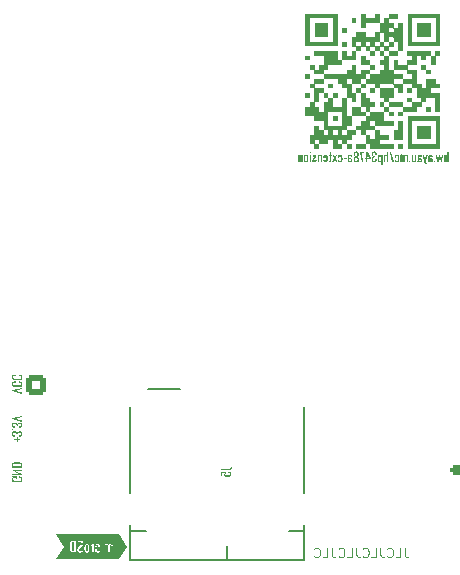
<source format=gbr>
%TF.GenerationSoftware,KiCad,Pcbnew,9.0.2*%
%TF.CreationDate,2025-08-18T09:53:05+06:00*%
%TF.ProjectId,hp3478a-ch32-ext,68703334-3738-4612-9d63-6833322d6578,rev?*%
%TF.SameCoordinates,Original*%
%TF.FileFunction,Legend,Bot*%
%TF.FilePolarity,Positive*%
%FSLAX46Y46*%
G04 Gerber Fmt 4.6, Leading zero omitted, Abs format (unit mm)*
G04 Created by KiCad (PCBNEW 9.0.2) date 2025-08-18 09:53:05*
%MOMM*%
%LPD*%
G01*
G04 APERTURE LIST*
G04 Aperture macros list*
%AMRoundRect*
0 Rectangle with rounded corners*
0 $1 Rounding radius*
0 $2 $3 $4 $5 $6 $7 $8 $9 X,Y pos of 4 corners*
0 Add a 4 corners polygon primitive as box body*
4,1,4,$2,$3,$4,$5,$6,$7,$8,$9,$2,$3,0*
0 Add four circle primitives for the rounded corners*
1,1,$1+$1,$2,$3*
1,1,$1+$1,$4,$5*
1,1,$1+$1,$6,$7*
1,1,$1+$1,$8,$9*
0 Add four rect primitives between the rounded corners*
20,1,$1+$1,$2,$3,$4,$5,0*
20,1,$1+$1,$4,$5,$6,$7,0*
20,1,$1+$1,$6,$7,$8,$9,0*
20,1,$1+$1,$8,$9,$2,$3,0*%
G04 Aperture macros list end*
%ADD10C,0.100000*%
%ADD11C,0.150000*%
%ADD12C,0.000000*%
%ADD13RoundRect,0.250000X-0.600000X0.600000X-0.600000X-0.600000X0.600000X-0.600000X0.600000X0.600000X0*%
%ADD14C,1.700000*%
%ADD15RoundRect,0.200000X0.450000X-0.200000X0.450000X0.200000X-0.450000X0.200000X-0.450000X-0.200000X0*%
%ADD16O,1.300000X0.800000*%
%ADD17R,1.600000X1.600000*%
%ADD18O,1.600000X1.600000*%
%ADD19C,0.990600*%
%ADD20R,2.000000X2.000000*%
%ADD21C,2.000000*%
%ADD22C,0.900000*%
%ADD23R,0.700000X1.600000*%
%ADD24R,1.200000X2.200000*%
%ADD25R,1.600000X1.400000*%
%ADD26R,1.200000X1.400000*%
G04 APERTURE END LIST*
D10*
G36*
X27924813Y-81013258D02*
G01*
X27930349Y-81074137D01*
X27945652Y-81122501D01*
X27969670Y-81160982D01*
X28002629Y-81191360D01*
X28042060Y-81213522D01*
X28092143Y-81230712D01*
X28155199Y-81242062D01*
X28233927Y-81246217D01*
X28537423Y-81246217D01*
X28607782Y-81243439D01*
X28664781Y-81235840D01*
X28710494Y-81224382D01*
X28752967Y-81205893D01*
X28787289Y-81180968D01*
X28814639Y-81149351D01*
X28833869Y-81112117D01*
X28846425Y-81064304D01*
X28851031Y-81003196D01*
X28846282Y-80939978D01*
X28833332Y-80890505D01*
X28813501Y-80851990D01*
X28787186Y-80822309D01*
X28754244Y-80799885D01*
X28711489Y-80782559D01*
X28656586Y-80771090D01*
X28586711Y-80766866D01*
X28553103Y-80766866D01*
X28553103Y-80885617D01*
X28581143Y-80885617D01*
X28642364Y-80887889D01*
X28681331Y-80893482D01*
X28712835Y-80905979D01*
X28734576Y-80926503D01*
X28747449Y-80955410D01*
X28752503Y-81000949D01*
X28749404Y-81035271D01*
X28741092Y-81060715D01*
X28728421Y-81079399D01*
X28700887Y-81100209D01*
X28663990Y-81112421D01*
X28620337Y-81117642D01*
X28556474Y-81119699D01*
X28220494Y-81119699D01*
X28150563Y-81116148D01*
X28102561Y-81107100D01*
X28070919Y-81094494D01*
X28051911Y-81079863D01*
X28037968Y-81059828D01*
X28028927Y-81033079D01*
X28025588Y-80997578D01*
X28029098Y-80963079D01*
X28038724Y-80936530D01*
X28053846Y-80916104D01*
X28074876Y-80900711D01*
X28109099Y-80887474D01*
X28159945Y-80878053D01*
X28232803Y-80874382D01*
X28295525Y-80874382D01*
X28295525Y-80989762D01*
X28385113Y-80989762D01*
X28385113Y-80760174D01*
X27936000Y-80760174D01*
X27936000Y-80839699D01*
X28040145Y-80852009D01*
X27997158Y-80873002D01*
X27965551Y-80899063D01*
X27943342Y-80930336D01*
X27929652Y-80967826D01*
X27924813Y-81013258D01*
G37*
G36*
X28843215Y-80630774D02*
G01*
X28843215Y-80544508D01*
X28240619Y-80286929D01*
X28843215Y-80286929D01*
X28843215Y-80181612D01*
X27936000Y-80181612D01*
X27936000Y-80262260D01*
X28555351Y-80523210D01*
X27936000Y-80523210D01*
X27936000Y-80630774D01*
X28843215Y-80630774D01*
G37*
G36*
X28638987Y-79578538D02*
G01*
X28696223Y-79591081D01*
X28741114Y-79610140D01*
X28776000Y-79634996D01*
X28803239Y-79667421D01*
X28824164Y-79710826D01*
X28838059Y-79768060D01*
X28843215Y-79842749D01*
X28843215Y-80039902D01*
X27936000Y-80039902D01*
X27936000Y-79841625D01*
X28026711Y-79841625D01*
X28026711Y-79913335D01*
X28749133Y-79913335D01*
X28749133Y-79844996D01*
X28746469Y-79802526D01*
X28739527Y-79772128D01*
X28729496Y-79750914D01*
X28714439Y-79733381D01*
X28694627Y-79720153D01*
X28669021Y-79711151D01*
X28623630Y-79704394D01*
X28550856Y-79701625D01*
X28256300Y-79701625D01*
X28172404Y-79703770D01*
X28122454Y-79708904D01*
X28094357Y-79716510D01*
X28071321Y-79728835D01*
X28052454Y-79745882D01*
X28039174Y-79767317D01*
X28030156Y-79798169D01*
X28026711Y-79841625D01*
X27936000Y-79841625D01*
X27936000Y-79832686D01*
X27941444Y-79762882D01*
X27956285Y-79708466D01*
X27979044Y-79666254D01*
X28009370Y-79633872D01*
X28047028Y-79609548D01*
X28095157Y-79590807D01*
X28156133Y-79578460D01*
X28232803Y-79573935D01*
X28566537Y-79573935D01*
X28638987Y-79578538D01*
G37*
G36*
X64936154Y-53256784D02*
G01*
X64816329Y-53256784D01*
X64816329Y-53583825D01*
X64773144Y-53548561D01*
X64732148Y-53525215D01*
X64692672Y-53511963D01*
X64653907Y-53507670D01*
X64621021Y-53512284D01*
X64596964Y-53524984D01*
X64579462Y-53545772D01*
X64567685Y-53572002D01*
X64560228Y-53603034D01*
X64557578Y-53639854D01*
X64557578Y-54164000D01*
X64677452Y-54164000D01*
X64677452Y-53674537D01*
X64680681Y-53640341D01*
X64688639Y-53619680D01*
X64703426Y-53606639D01*
X64728939Y-53601752D01*
X64753766Y-53605731D01*
X64782421Y-53618945D01*
X64816329Y-53644300D01*
X64816329Y-54164000D01*
X64936154Y-54164000D01*
X64936154Y-53256784D01*
G37*
G36*
X64470774Y-53516658D02*
G01*
X64372198Y-53516658D01*
X64305031Y-53993762D01*
X64218764Y-53516658D01*
X64126929Y-53516658D01*
X64040711Y-53991515D01*
X63973496Y-53516658D01*
X63874919Y-53516658D01*
X63982435Y-54164000D01*
X64083258Y-54164000D01*
X64171723Y-53707021D01*
X64259113Y-54164000D01*
X64366629Y-54164000D01*
X64470774Y-53516658D01*
G37*
G36*
X63789190Y-54030741D02*
G01*
X63669316Y-54030741D01*
X63669316Y-54164000D01*
X63789190Y-54164000D01*
X63789190Y-54030741D01*
G37*
G36*
X63438016Y-53511393D02*
G01*
X63477564Y-53521639D01*
X63509102Y-53537484D01*
X63534103Y-53558668D01*
X63553405Y-53585154D01*
X63568469Y-53619184D01*
X63578799Y-53662476D01*
X63583391Y-53717133D01*
X63464689Y-53721578D01*
X63464689Y-53689143D01*
X63461187Y-53652250D01*
X63452108Y-53627209D01*
X63438653Y-53610720D01*
X63420597Y-53600816D01*
X63396350Y-53597258D01*
X63371815Y-53600586D01*
X63355196Y-53609455D01*
X63344277Y-53623588D01*
X63335300Y-53654771D01*
X63331381Y-53713762D01*
X63331381Y-53759680D01*
X63415657Y-53795605D01*
X63471430Y-53823525D01*
X63503073Y-53844410D01*
X63530583Y-53869517D01*
X63554277Y-53899143D01*
X63571676Y-53932354D01*
X63582773Y-53973012D01*
X63586762Y-54022876D01*
X63582573Y-54060080D01*
X63569958Y-54095709D01*
X63549787Y-54127232D01*
X63523503Y-54151690D01*
X63492035Y-54167610D01*
X63456824Y-54172939D01*
X63423676Y-54169381D01*
X63395893Y-54159247D01*
X63372316Y-54142702D01*
X63344211Y-54109194D01*
X63325812Y-54068794D01*
X63310132Y-54164000D01*
X63200369Y-54164000D01*
X63208860Y-54082213D01*
X63211269Y-54016184D01*
X63331381Y-54016184D01*
X63343726Y-54032455D01*
X63363914Y-54051452D01*
X63387189Y-54065548D01*
X63409783Y-54069917D01*
X63434642Y-54064360D01*
X63452379Y-54048082D01*
X63462872Y-54023368D01*
X63466936Y-53985898D01*
X63462444Y-53952055D01*
X63449595Y-53924348D01*
X63430111Y-53900254D01*
X63405875Y-53878968D01*
X63331381Y-53832464D01*
X63331381Y-54016184D01*
X63211269Y-54016184D01*
X63211556Y-54008319D01*
X63211556Y-53712639D01*
X63214709Y-53660095D01*
X63223334Y-53618137D01*
X63236464Y-53584857D01*
X63253565Y-53558668D01*
X63276247Y-53537427D01*
X63305243Y-53521616D01*
X63342014Y-53511394D01*
X63388534Y-53507670D01*
X63438016Y-53511393D01*
G37*
G36*
X63106629Y-54234537D02*
G01*
X63044724Y-54231402D01*
X63014256Y-54224474D01*
X63000159Y-54215684D01*
X62991965Y-54203384D01*
X62989050Y-54186421D01*
X62992641Y-54162739D01*
X63013670Y-54067670D01*
X63143607Y-53516658D01*
X63022658Y-53516658D01*
X62935268Y-54000503D01*
X62851297Y-53516658D01*
X62730300Y-53516658D01*
X62884856Y-54199854D01*
X62899878Y-54242446D01*
X62921872Y-54274221D01*
X62950949Y-54297258D01*
X62985861Y-54312467D01*
X63031946Y-54322636D01*
X63092072Y-54326421D01*
X63106629Y-54326421D01*
X63106629Y-54234537D01*
G37*
G36*
X62522789Y-53511393D02*
G01*
X62562337Y-53521639D01*
X62593875Y-53537484D01*
X62618876Y-53558668D01*
X62638178Y-53585154D01*
X62653243Y-53619184D01*
X62663572Y-53662476D01*
X62668164Y-53717133D01*
X62549462Y-53721578D01*
X62549462Y-53689143D01*
X62545960Y-53652250D01*
X62536881Y-53627209D01*
X62523426Y-53610720D01*
X62505370Y-53600816D01*
X62481123Y-53597258D01*
X62456588Y-53600586D01*
X62439969Y-53609455D01*
X62429050Y-53623588D01*
X62420074Y-53654771D01*
X62416154Y-53713762D01*
X62416154Y-53759680D01*
X62500430Y-53795605D01*
X62556203Y-53823525D01*
X62587847Y-53844410D01*
X62615356Y-53869517D01*
X62639050Y-53899143D01*
X62656450Y-53932354D01*
X62667546Y-53973012D01*
X62671535Y-54022876D01*
X62667347Y-54060080D01*
X62654731Y-54095709D01*
X62634560Y-54127232D01*
X62608276Y-54151690D01*
X62576808Y-54167610D01*
X62541598Y-54172939D01*
X62508449Y-54169381D01*
X62480667Y-54159247D01*
X62457090Y-54142702D01*
X62428984Y-54109194D01*
X62410586Y-54068794D01*
X62394905Y-54164000D01*
X62285143Y-54164000D01*
X62293633Y-54082213D01*
X62296042Y-54016184D01*
X62416154Y-54016184D01*
X62428499Y-54032455D01*
X62448688Y-54051452D01*
X62471963Y-54065548D01*
X62494556Y-54069917D01*
X62519415Y-54064360D01*
X62537152Y-54048082D01*
X62547645Y-54023368D01*
X62551709Y-53985898D01*
X62547217Y-53952055D01*
X62534368Y-53924348D01*
X62514885Y-53900254D01*
X62490648Y-53878968D01*
X62416154Y-53832464D01*
X62416154Y-54016184D01*
X62296042Y-54016184D01*
X62296329Y-54008319D01*
X62296329Y-53712639D01*
X62299483Y-53660095D01*
X62308108Y-53618137D01*
X62321238Y-53584857D01*
X62338339Y-53558668D01*
X62361020Y-53537427D01*
X62390016Y-53521616D01*
X62426787Y-53511394D01*
X62473307Y-53507670D01*
X62522789Y-53511393D01*
G37*
G36*
X62088381Y-54172939D02*
G01*
X62121298Y-54168344D01*
X62145572Y-54155663D01*
X62163412Y-54134886D01*
X62175493Y-54108591D01*
X62183125Y-54077558D01*
X62185833Y-54040803D01*
X62185833Y-53516658D01*
X62065959Y-53516658D01*
X62065959Y-54004949D01*
X62062747Y-54039262D01*
X62054773Y-54060392D01*
X62039929Y-54073851D01*
X62014473Y-54078856D01*
X61991725Y-54075190D01*
X61964260Y-54062774D01*
X61930453Y-54038556D01*
X61930453Y-53516658D01*
X61810628Y-53516658D01*
X61810628Y-54164000D01*
X61930453Y-54164000D01*
X61930453Y-54100154D01*
X61971756Y-54133693D01*
X62011413Y-54156027D01*
X62050036Y-54168784D01*
X62088381Y-54172939D01*
G37*
G36*
X61694563Y-54030741D02*
G01*
X61574689Y-54030741D01*
X61574689Y-54164000D01*
X61694563Y-54164000D01*
X61694563Y-54030741D01*
G37*
G36*
X61478702Y-53516658D02*
G01*
X61367815Y-53516658D01*
X61367815Y-53578256D01*
X61333257Y-53546341D01*
X61296692Y-53523937D01*
X61257041Y-53510044D01*
X61215505Y-53505423D01*
X61177011Y-53510788D01*
X61147916Y-53525730D01*
X61125854Y-53550373D01*
X61110237Y-53587196D01*
X61073631Y-53550334D01*
X61035046Y-53525234D01*
X60993833Y-53510425D01*
X60948939Y-53505423D01*
X60917020Y-53509635D01*
X60889987Y-53521835D01*
X60866629Y-53542401D01*
X60849942Y-53568982D01*
X60838849Y-53605639D01*
X60834682Y-53655535D01*
X60834682Y-54164000D01*
X60944445Y-54164000D01*
X60944445Y-53663351D01*
X60948785Y-53622618D01*
X60959002Y-53601215D01*
X60976180Y-53588372D01*
X61000474Y-53583825D01*
X61024987Y-53587147D01*
X61052009Y-53597845D01*
X61077466Y-53614265D01*
X61101249Y-53636484D01*
X61101249Y-53655535D01*
X61101249Y-54164000D01*
X61211011Y-54164000D01*
X61211011Y-53663351D01*
X61215351Y-53622618D01*
X61225568Y-53601215D01*
X61242740Y-53588370D01*
X61266992Y-53583825D01*
X61290562Y-53587106D01*
X61317452Y-53597845D01*
X61343111Y-53614210D01*
X61367815Y-53636484D01*
X61367815Y-54164000D01*
X61478702Y-54164000D01*
X61478702Y-53516658D01*
G37*
G36*
X60591900Y-53512278D02*
G01*
X60633005Y-53524787D01*
X60664307Y-53543999D01*
X60687745Y-53569854D01*
X60704352Y-53601064D01*
X60717550Y-53642505D01*
X60726447Y-53696665D01*
X60729755Y-53766421D01*
X60729755Y-53914237D01*
X60725066Y-53999521D01*
X60712951Y-54059854D01*
X60698517Y-54095051D01*
X60679136Y-54122844D01*
X60654724Y-54144411D01*
X60625684Y-54159403D01*
X60587650Y-54169285D01*
X60538220Y-54172939D01*
X60490737Y-54169048D01*
X60452995Y-54158334D01*
X60423025Y-54141687D01*
X60399392Y-54119205D01*
X60381392Y-54091529D01*
X60367740Y-54057313D01*
X60358880Y-54015193D01*
X60355673Y-53963525D01*
X60355673Y-53938856D01*
X60472177Y-53938856D01*
X60472177Y-53978082D01*
X60476091Y-54028108D01*
X60485610Y-54058145D01*
X60496800Y-54072359D01*
X60513300Y-54081193D01*
X60537096Y-54084474D01*
X60561096Y-54081289D01*
X60579090Y-54072483D01*
X60592588Y-54058145D01*
X60601357Y-54039599D01*
X60607530Y-54012054D01*
X60609930Y-53972464D01*
X60609930Y-53842576D01*
X60354549Y-53842576D01*
X60354549Y-53789917D01*
X60357278Y-53719380D01*
X60472177Y-53719380D01*
X60472177Y-53777607D01*
X60609930Y-53777607D01*
X60609930Y-53742876D01*
X60608312Y-53688086D01*
X60604361Y-53653874D01*
X60595754Y-53626133D01*
X60583600Y-53609617D01*
X60566016Y-53599871D01*
X60539344Y-53596184D01*
X60513517Y-53599791D01*
X60496229Y-53609390D01*
X60485073Y-53624760D01*
X60476066Y-53658119D01*
X60472177Y-53719380D01*
X60357278Y-53719380D01*
X60358209Y-53695315D01*
X60367445Y-53631452D01*
X60379485Y-53594132D01*
X60397051Y-53564110D01*
X60420104Y-53540154D01*
X60448445Y-53523136D01*
X60486816Y-53511874D01*
X60538220Y-53507670D01*
X60591900Y-53512278D01*
G37*
G36*
X60030000Y-53256784D02*
G01*
X59925806Y-53256784D01*
X60171123Y-54164000D01*
X60274145Y-54164000D01*
X60030000Y-53256784D01*
G37*
G36*
X59830111Y-53256784D02*
G01*
X59710286Y-53256784D01*
X59710286Y-53583825D01*
X59667101Y-53548561D01*
X59626105Y-53525215D01*
X59586629Y-53511963D01*
X59547864Y-53507670D01*
X59514977Y-53512284D01*
X59490920Y-53524984D01*
X59473419Y-53545772D01*
X59461642Y-53572002D01*
X59454185Y-53603034D01*
X59451535Y-53639854D01*
X59451535Y-54164000D01*
X59571409Y-54164000D01*
X59571409Y-53674537D01*
X59574638Y-53640341D01*
X59582595Y-53619680D01*
X59597382Y-53606639D01*
X59622896Y-53601752D01*
X59647723Y-53605731D01*
X59676378Y-53618945D01*
X59710286Y-53644300D01*
X59710286Y-54164000D01*
X59830111Y-54164000D01*
X59830111Y-53256784D01*
G37*
G36*
X59126302Y-53511349D02*
G01*
X59157624Y-53522283D01*
X59187295Y-53540860D01*
X59215792Y-53568145D01*
X59215792Y-53516658D01*
X59335617Y-53516658D01*
X59335617Y-54376784D01*
X59215792Y-54376784D01*
X59215792Y-54115835D01*
X59177994Y-54149080D01*
X59141836Y-54167184D01*
X59106029Y-54172939D01*
X59063651Y-54168014D01*
X59029863Y-54154204D01*
X59002682Y-54131812D01*
X58981123Y-54099617D01*
X58961935Y-54049340D01*
X58949334Y-53986225D01*
X58944731Y-53907496D01*
X58944731Y-53750741D01*
X59064556Y-53750741D01*
X59064556Y-53907496D01*
X59068047Y-53989214D01*
X59076329Y-54036896D01*
X59087869Y-54060713D01*
X59105048Y-54074125D01*
X59129525Y-54078856D01*
X59159941Y-54075638D01*
X59188493Y-54066046D01*
X59215792Y-54049743D01*
X59215792Y-53635360D01*
X59187543Y-53616020D01*
X59160526Y-53605222D01*
X59134019Y-53601752D01*
X59108385Y-53606246D01*
X59090352Y-53618789D01*
X59078039Y-53640392D01*
X59068445Y-53683258D01*
X59064556Y-53750741D01*
X58944731Y-53750741D01*
X58948175Y-53690051D01*
X58958183Y-53634452D01*
X58974431Y-53583288D01*
X58993068Y-53550035D01*
X59018069Y-53527045D01*
X59050458Y-53512806D01*
X59092595Y-53507670D01*
X59126302Y-53511349D01*
G37*
G36*
X58630097Y-54174062D02*
G01*
X58684180Y-54169750D01*
X58728613Y-54157715D01*
X58765203Y-54138787D01*
X58795303Y-54113050D01*
X58819049Y-54081122D01*
X58836647Y-54042742D01*
X58847860Y-53996616D01*
X58851870Y-53941103D01*
X58851870Y-53910866D01*
X58733168Y-53910866D01*
X58733168Y-53931041D01*
X58728964Y-53977136D01*
X58720609Y-54011825D01*
X58709085Y-54037482D01*
X58691512Y-54057305D01*
X58666139Y-54069776D01*
X58630097Y-54074411D01*
X58592273Y-54069194D01*
X58565864Y-54055107D01*
X58547787Y-54032401D01*
X58536621Y-54003408D01*
X58528897Y-53962864D01*
X58525952Y-53907496D01*
X58529526Y-53857292D01*
X58539219Y-53818310D01*
X58553942Y-53788256D01*
X58575736Y-53764354D01*
X58605205Y-53748436D01*
X58644654Y-53740629D01*
X58661458Y-53739505D01*
X58661458Y-53619680D01*
X58645778Y-53619680D01*
X58604428Y-53614282D01*
X58574793Y-53602747D01*
X58553942Y-53586072D01*
X58539573Y-53563317D01*
X58529738Y-53529861D01*
X58525952Y-53481927D01*
X58528920Y-53437395D01*
X58536779Y-53404480D01*
X58548374Y-53380566D01*
X58566024Y-53362444D01*
X58591866Y-53350800D01*
X58628974Y-53346421D01*
X58665776Y-53351093D01*
X58691474Y-53363607D01*
X58709085Y-53383399D01*
X58720547Y-53409051D01*
X58728927Y-53444364D01*
X58733168Y-53491990D01*
X58733168Y-53511041D01*
X58851870Y-53511041D01*
X58851870Y-53480803D01*
X58847851Y-53425274D01*
X58836626Y-53379261D01*
X58819028Y-53341090D01*
X58795303Y-53309443D01*
X58765246Y-53284003D01*
X58728517Y-53265234D01*
X58683713Y-53253266D01*
X58628974Y-53248968D01*
X58574275Y-53253301D01*
X58529494Y-53265372D01*
X58492767Y-53284319D01*
X58462693Y-53310029D01*
X58438949Y-53341933D01*
X58421351Y-53380297D01*
X58410137Y-53426413D01*
X58406127Y-53481927D01*
X58410366Y-53533945D01*
X58422205Y-53576668D01*
X58440858Y-53611864D01*
X58466817Y-53641810D01*
X58498238Y-53664417D01*
X58536015Y-53680154D01*
X58498095Y-53697150D01*
X58466457Y-53722581D01*
X58440272Y-53757433D01*
X58422073Y-53797671D01*
X58410355Y-53847023D01*
X58406127Y-53907496D01*
X58410063Y-53971542D01*
X58421004Y-54024478D01*
X58437967Y-54068141D01*
X58460446Y-54104062D01*
X58490065Y-54133655D01*
X58527035Y-54155301D01*
X58572954Y-54169090D01*
X58630097Y-54174062D01*
G37*
G36*
X58318053Y-53795535D02*
G01*
X58318053Y-53920978D01*
X58054856Y-53920978D01*
X58054856Y-54164000D01*
X57940600Y-54164000D01*
X57940600Y-53920978D01*
X57838702Y-53920978D01*
X57838702Y-53814537D01*
X57940600Y-53814537D01*
X58054856Y-53814537D01*
X58202672Y-53814537D01*
X58054856Y-53402401D01*
X58054856Y-53814537D01*
X57940600Y-53814537D01*
X57940600Y-53256784D01*
X58081723Y-53256784D01*
X58318053Y-53795535D01*
G37*
G36*
X57554305Y-53350866D02*
G01*
X57797376Y-53350866D01*
X57797376Y-53256784D01*
X57434480Y-53256784D01*
X57434480Y-53315060D01*
X57602470Y-54164000D01*
X57717850Y-54164000D01*
X57554305Y-53350866D01*
G37*
G36*
X57163292Y-53253360D02*
G01*
X57206582Y-53265550D01*
X57241650Y-53284638D01*
X57269958Y-53310566D01*
X57291919Y-53342494D01*
X57308314Y-53380969D01*
X57318808Y-53427287D01*
X57322568Y-53483050D01*
X57318175Y-53536656D01*
X57305686Y-53582533D01*
X57285650Y-53622065D01*
X57257946Y-53656281D01*
X57221793Y-53685772D01*
X57255962Y-53710615D01*
X57283555Y-53738916D01*
X57305226Y-53770915D01*
X57320277Y-53806426D01*
X57330174Y-53851580D01*
X57333803Y-53908619D01*
X57329922Y-53974104D01*
X57319211Y-54027477D01*
X57302751Y-54070791D01*
X57281144Y-54105772D01*
X57252418Y-54134348D01*
X57215639Y-54155486D01*
X57168953Y-54169105D01*
X57109783Y-54174062D01*
X57051283Y-54169089D01*
X57004964Y-54155399D01*
X56968314Y-54134089D01*
X56939546Y-54105186D01*
X56917883Y-54069932D01*
X56901426Y-54026569D01*
X56890747Y-53973452D01*
X56887021Y-53910866D01*
X57002267Y-53910866D01*
X57005341Y-53963724D01*
X57013574Y-54004149D01*
X57025812Y-54034648D01*
X57045030Y-54058747D01*
X57072094Y-54073478D01*
X57109783Y-54078856D01*
X57148258Y-54073456D01*
X57175869Y-54058697D01*
X57195464Y-54034648D01*
X57207993Y-54004111D01*
X57216408Y-53963685D01*
X57219546Y-53910866D01*
X57216341Y-53862849D01*
X57207486Y-53823818D01*
X57193803Y-53792164D01*
X57173194Y-53766691D01*
X57145907Y-53751162D01*
X57109783Y-53745123D01*
X57074438Y-53751137D01*
X57047701Y-53766634D01*
X57027473Y-53792164D01*
X57014087Y-53823782D01*
X57005410Y-53862813D01*
X57002267Y-53910866D01*
X56887021Y-53910866D01*
X56886887Y-53908619D01*
X56890568Y-53852398D01*
X56900645Y-53807582D01*
X56916050Y-53772039D01*
X56937993Y-53739947D01*
X56965773Y-53711262D01*
X57000020Y-53685772D01*
X56969402Y-53661969D01*
X56944565Y-53634990D01*
X56924989Y-53604586D01*
X56911210Y-53571120D01*
X56902398Y-53531048D01*
X56899246Y-53483050D01*
X56899696Y-53476309D01*
X57016824Y-53476309D01*
X57022005Y-53540262D01*
X57035195Y-53582626D01*
X57054092Y-53609547D01*
X57078370Y-53625160D01*
X57109783Y-53630866D01*
X57142207Y-53625163D01*
X57166167Y-53610618D01*
X57183740Y-53586658D01*
X57195009Y-53557128D01*
X57202335Y-53520809D01*
X57204989Y-53476309D01*
X57202123Y-53436513D01*
X57194227Y-53404539D01*
X57182030Y-53378905D01*
X57164063Y-53358568D01*
X57140592Y-53346307D01*
X57109783Y-53341927D01*
X57079025Y-53346334D01*
X57055966Y-53358603D01*
X57038660Y-53378905D01*
X57027086Y-53404459D01*
X57019562Y-53436434D01*
X57016824Y-53476309D01*
X56899696Y-53476309D01*
X56902972Y-53427251D01*
X56913369Y-53380921D01*
X56929600Y-53342459D01*
X56951318Y-53310566D01*
X56979357Y-53284609D01*
X57014065Y-53265526D01*
X57056881Y-53253352D01*
X57109783Y-53248968D01*
X57163292Y-53253360D01*
G37*
G36*
X56635169Y-53511393D02*
G01*
X56674717Y-53521639D01*
X56706255Y-53537484D01*
X56731256Y-53558668D01*
X56750558Y-53585154D01*
X56765622Y-53619184D01*
X56775952Y-53662476D01*
X56780544Y-53717133D01*
X56661842Y-53721578D01*
X56661842Y-53689143D01*
X56658340Y-53652250D01*
X56649260Y-53627209D01*
X56635806Y-53610720D01*
X56617750Y-53600816D01*
X56593503Y-53597258D01*
X56568968Y-53600586D01*
X56552349Y-53609455D01*
X56541430Y-53623588D01*
X56532453Y-53654771D01*
X56528534Y-53713762D01*
X56528534Y-53759680D01*
X56612810Y-53795605D01*
X56668583Y-53823525D01*
X56700226Y-53844410D01*
X56727735Y-53869517D01*
X56751430Y-53899143D01*
X56768829Y-53932354D01*
X56779925Y-53973012D01*
X56783914Y-54022876D01*
X56779726Y-54060080D01*
X56767110Y-54095709D01*
X56746940Y-54127232D01*
X56720655Y-54151690D01*
X56689188Y-54167610D01*
X56653977Y-54172939D01*
X56620829Y-54169381D01*
X56593046Y-54159247D01*
X56569469Y-54142702D01*
X56541364Y-54109194D01*
X56522965Y-54068794D01*
X56507285Y-54164000D01*
X56397522Y-54164000D01*
X56406013Y-54082213D01*
X56408422Y-54016184D01*
X56528534Y-54016184D01*
X56540878Y-54032455D01*
X56561067Y-54051452D01*
X56584342Y-54065548D01*
X56606936Y-54069917D01*
X56631795Y-54064360D01*
X56649532Y-54048082D01*
X56660025Y-54023368D01*
X56664089Y-53985898D01*
X56659596Y-53952055D01*
X56646748Y-53924348D01*
X56627264Y-53900254D01*
X56603028Y-53878968D01*
X56528534Y-53832464D01*
X56528534Y-54016184D01*
X56408422Y-54016184D01*
X56408709Y-54008319D01*
X56408709Y-53712639D01*
X56411862Y-53660095D01*
X56420487Y-53618137D01*
X56433617Y-53584857D01*
X56450718Y-53558668D01*
X56473399Y-53537427D01*
X56502396Y-53521616D01*
X56539167Y-53511394D01*
X56585687Y-53507670D01*
X56635169Y-53511393D01*
G37*
G36*
X56299337Y-53780978D02*
G01*
X56049574Y-53780978D01*
X56049574Y-53871690D01*
X56299337Y-53871690D01*
X56299337Y-53780978D01*
G37*
G36*
X55808648Y-53512278D02*
G01*
X55849753Y-53524787D01*
X55881055Y-53543999D01*
X55904494Y-53569854D01*
X55921100Y-53601064D01*
X55934298Y-53642505D01*
X55943195Y-53696665D01*
X55946503Y-53766421D01*
X55946503Y-53914237D01*
X55941814Y-53999521D01*
X55929699Y-54059854D01*
X55915265Y-54095051D01*
X55895884Y-54122844D01*
X55871472Y-54144411D01*
X55842432Y-54159403D01*
X55804398Y-54169285D01*
X55754968Y-54172939D01*
X55707485Y-54169048D01*
X55669743Y-54158334D01*
X55639773Y-54141687D01*
X55616140Y-54119205D01*
X55598140Y-54091529D01*
X55584488Y-54057313D01*
X55575628Y-54015193D01*
X55572421Y-53963525D01*
X55572421Y-53938856D01*
X55688925Y-53938856D01*
X55688925Y-53978082D01*
X55692839Y-54028108D01*
X55702358Y-54058145D01*
X55713548Y-54072359D01*
X55730048Y-54081193D01*
X55753845Y-54084474D01*
X55777844Y-54081289D01*
X55795838Y-54072483D01*
X55809337Y-54058145D01*
X55818105Y-54039599D01*
X55824278Y-54012054D01*
X55826678Y-53972464D01*
X55826678Y-53842576D01*
X55571297Y-53842576D01*
X55571297Y-53789917D01*
X55574026Y-53719380D01*
X55688925Y-53719380D01*
X55688925Y-53777607D01*
X55826678Y-53777607D01*
X55826678Y-53742876D01*
X55825060Y-53688086D01*
X55821109Y-53653874D01*
X55812502Y-53626133D01*
X55800348Y-53609617D01*
X55782764Y-53599871D01*
X55756092Y-53596184D01*
X55730265Y-53599791D01*
X55712977Y-53609390D01*
X55701821Y-53624760D01*
X55692814Y-53658119D01*
X55688925Y-53719380D01*
X55574026Y-53719380D01*
X55574957Y-53695315D01*
X55584193Y-53631452D01*
X55596233Y-53594132D01*
X55613799Y-53564110D01*
X55636852Y-53540154D01*
X55665193Y-53523136D01*
X55703564Y-53511874D01*
X55754968Y-53507670D01*
X55808648Y-53512278D01*
G37*
G36*
X55367697Y-53823525D02*
G01*
X55509944Y-53516658D01*
X55395687Y-53516658D01*
X55300481Y-53721578D01*
X55216510Y-53516658D01*
X55098883Y-53516658D01*
X55246748Y-53838082D01*
X55096636Y-54164000D01*
X55210893Y-54164000D01*
X55312840Y-53944474D01*
X55400181Y-54164000D01*
X55513314Y-54164000D01*
X55367697Y-53823525D01*
G37*
G36*
X54855080Y-54172939D02*
G01*
X54899461Y-54168283D01*
X54933240Y-54155554D01*
X54958934Y-54135544D01*
X54977969Y-54107558D01*
X54990438Y-54069542D01*
X54995080Y-54018382D01*
X54995080Y-53596184D01*
X55063419Y-53596184D01*
X55063419Y-53516658D01*
X54995080Y-53516658D01*
X54995080Y-53327370D01*
X54875254Y-53327370D01*
X54875254Y-53516658D01*
X54771060Y-53516658D01*
X54771060Y-53596184D01*
X54875254Y-53596184D01*
X54875254Y-54010566D01*
X54871592Y-54046314D01*
X54862944Y-54065423D01*
X54846747Y-54076566D01*
X54815854Y-54081103D01*
X54772184Y-54077782D01*
X54772184Y-54166247D01*
X54816248Y-54171341D01*
X54855080Y-54172939D01*
G37*
G36*
X54557343Y-53512278D02*
G01*
X54598448Y-53524787D01*
X54629750Y-53543999D01*
X54653189Y-53569854D01*
X54669795Y-53601064D01*
X54682993Y-53642505D01*
X54691890Y-53696665D01*
X54695198Y-53766421D01*
X54695198Y-53914237D01*
X54690509Y-53999521D01*
X54678394Y-54059854D01*
X54663961Y-54095051D01*
X54644579Y-54122844D01*
X54620167Y-54144411D01*
X54591127Y-54159403D01*
X54553093Y-54169285D01*
X54503663Y-54172939D01*
X54456181Y-54169048D01*
X54418438Y-54158334D01*
X54388468Y-54141687D01*
X54364836Y-54119205D01*
X54346835Y-54091529D01*
X54333183Y-54057313D01*
X54324323Y-54015193D01*
X54321116Y-53963525D01*
X54321116Y-53938856D01*
X54437620Y-53938856D01*
X54437620Y-53978082D01*
X54441534Y-54028108D01*
X54451053Y-54058145D01*
X54462243Y-54072359D01*
X54478743Y-54081193D01*
X54502540Y-54084474D01*
X54526539Y-54081289D01*
X54544533Y-54072483D01*
X54558032Y-54058145D01*
X54566800Y-54039599D01*
X54572973Y-54012054D01*
X54575373Y-53972464D01*
X54575373Y-53842576D01*
X54319993Y-53842576D01*
X54319993Y-53789917D01*
X54322721Y-53719380D01*
X54437620Y-53719380D01*
X54437620Y-53777607D01*
X54575373Y-53777607D01*
X54575373Y-53742876D01*
X54573755Y-53688086D01*
X54569804Y-53653874D01*
X54561197Y-53626133D01*
X54549043Y-53609617D01*
X54531459Y-53599871D01*
X54504787Y-53596184D01*
X54478960Y-53599791D01*
X54461672Y-53609390D01*
X54450516Y-53624760D01*
X54441509Y-53658119D01*
X54437620Y-53719380D01*
X54322721Y-53719380D01*
X54323652Y-53695315D01*
X54332889Y-53631452D01*
X54344928Y-53594132D01*
X54362494Y-53564110D01*
X54385547Y-53540154D01*
X54413888Y-53523136D01*
X54452259Y-53511874D01*
X54503663Y-53507670D01*
X54557343Y-53512278D01*
G37*
G36*
X54211598Y-53516658D02*
G01*
X54091772Y-53516658D01*
X54091772Y-53580503D01*
X54050467Y-53546940D01*
X54010808Y-53524592D01*
X53972186Y-53511827D01*
X53933845Y-53507670D01*
X53900901Y-53512272D01*
X53876630Y-53524970D01*
X53858813Y-53545772D01*
X53846735Y-53572036D01*
X53839102Y-53603067D01*
X53836392Y-53639854D01*
X53836392Y-54164000D01*
X53956217Y-54164000D01*
X53956217Y-53674537D01*
X53959459Y-53640346D01*
X53967452Y-53619680D01*
X53982239Y-53606639D01*
X54007752Y-53601752D01*
X54030498Y-53605422D01*
X54057962Y-53617853D01*
X54091772Y-53642101D01*
X54091772Y-54164000D01*
X54211598Y-54164000D01*
X54211598Y-53516658D01*
G37*
G36*
X53569923Y-54172939D02*
G01*
X53620101Y-54167168D01*
X53661835Y-54150718D01*
X53697027Y-54123699D01*
X53724214Y-54088175D01*
X53742814Y-54044747D01*
X53752470Y-53991515D01*
X53652770Y-53961278D01*
X53639505Y-54019116D01*
X53621995Y-54054237D01*
X53605483Y-54070962D01*
X53585166Y-54080961D01*
X53559811Y-54084474D01*
X53531275Y-54079595D01*
X53511109Y-54066009D01*
X53498306Y-54044970D01*
X53493719Y-54016184D01*
X53496880Y-53989273D01*
X53506078Y-53965772D01*
X53521370Y-53944159D01*
X53546378Y-53919854D01*
X53657264Y-53824648D01*
X53691648Y-53790418D01*
X53716078Y-53755772D01*
X53731306Y-53716606D01*
X53736789Y-53666721D01*
X53731393Y-53618615D01*
X53716308Y-53580349D01*
X53691995Y-53549680D01*
X53659792Y-53526988D01*
X53619824Y-53512769D01*
X53569923Y-53507670D01*
X53522763Y-53513323D01*
X53484839Y-53529260D01*
X53454005Y-53555297D01*
X53430428Y-53589116D01*
X53414074Y-53629504D01*
X53405254Y-53677907D01*
X53485903Y-53708145D01*
X53497109Y-53657142D01*
X53511646Y-53624760D01*
X53525572Y-53608899D01*
X53543102Y-53599493D01*
X53565429Y-53596184D01*
X53591979Y-53601098D01*
X53611933Y-53615235D01*
X53624844Y-53636230D01*
X53629274Y-53662227D01*
X53625861Y-53684763D01*
X53615422Y-53706179D01*
X53596789Y-53727196D01*
X53482533Y-53832464D01*
X53442631Y-53873864D01*
X53414780Y-53912039D01*
X53401727Y-53939123D01*
X53393569Y-53970537D01*
X53390697Y-54007196D01*
X53394056Y-54047130D01*
X53403472Y-54080159D01*
X53418391Y-54107596D01*
X53438862Y-54130392D01*
X53473285Y-54153285D01*
X53516199Y-54167737D01*
X53569923Y-54172939D01*
G37*
G36*
X53293977Y-53294886D02*
G01*
X53174152Y-53294886D01*
X53174152Y-53420329D01*
X53293977Y-53420329D01*
X53293977Y-53294886D01*
G37*
G36*
X53293977Y-53516658D02*
G01*
X53174152Y-53516658D01*
X53174152Y-54164000D01*
X53293977Y-54164000D01*
X53293977Y-53516658D01*
G37*
G36*
X52918666Y-53512120D02*
G01*
X52958636Y-53524299D01*
X52989713Y-53543168D01*
X53013586Y-53568731D01*
X53031103Y-53599681D01*
X53044596Y-53638446D01*
X53053447Y-53686664D01*
X53056671Y-53746247D01*
X53056671Y-53934411D01*
X53053448Y-53993964D01*
X53044599Y-54042176D01*
X53031106Y-54080953D01*
X53013586Y-54111927D01*
X52989716Y-54137467D01*
X52958641Y-54156321D01*
X52918670Y-54168491D01*
X52867383Y-54172939D01*
X52816745Y-54168511D01*
X52777142Y-54156371D01*
X52746222Y-54137521D01*
X52722351Y-54111927D01*
X52704810Y-54080950D01*
X52691302Y-54042171D01*
X52682444Y-53993961D01*
X52679218Y-53934411D01*
X52679218Y-53746247D01*
X52679583Y-53739505D01*
X52799092Y-53739505D01*
X52799092Y-53942227D01*
X52802463Y-54018431D01*
X52808776Y-54044662D01*
X52820341Y-54065472D01*
X52838419Y-54079324D01*
X52867383Y-54084474D01*
X52896453Y-54079346D01*
X52915010Y-54065472D01*
X52927001Y-54044622D01*
X52933475Y-54018431D01*
X52936845Y-53942227D01*
X52936845Y-53739505D01*
X52933475Y-53662813D01*
X52926974Y-53636122D01*
X52915010Y-53615235D01*
X52896448Y-53601323D01*
X52867383Y-53596184D01*
X52838424Y-53601345D01*
X52820341Y-53615235D01*
X52808802Y-53636081D01*
X52802463Y-53662813D01*
X52799092Y-53739505D01*
X52679583Y-53739505D01*
X52682445Y-53686667D01*
X52691305Y-53638450D01*
X52704813Y-53599684D01*
X52722351Y-53568731D01*
X52746225Y-53543113D01*
X52777147Y-53524248D01*
X52816749Y-53512101D01*
X52867383Y-53507670D01*
X52918666Y-53512120D01*
G37*
G36*
X52569504Y-53516658D02*
G01*
X52449678Y-53516658D01*
X52449678Y-53580503D01*
X52408373Y-53546940D01*
X52368715Y-53524592D01*
X52330093Y-53511827D01*
X52291751Y-53507670D01*
X52258807Y-53512272D01*
X52234537Y-53524970D01*
X52216720Y-53545772D01*
X52204642Y-53572036D01*
X52197009Y-53603067D01*
X52194298Y-53639854D01*
X52194298Y-54164000D01*
X52314124Y-54164000D01*
X52314124Y-53674537D01*
X52317366Y-53640346D01*
X52325359Y-53619680D01*
X52340146Y-53606639D01*
X52365659Y-53601752D01*
X52388405Y-53605422D01*
X52415869Y-53617853D01*
X52449678Y-53642101D01*
X52449678Y-54164000D01*
X52569504Y-54164000D01*
X52569504Y-53516658D01*
G37*
G36*
X28356000Y-77715205D02*
G01*
X28356000Y-77872009D01*
X28446711Y-77872009D01*
X28446711Y-77715205D01*
X28629258Y-77715205D01*
X28629258Y-77625617D01*
X28446711Y-77625617D01*
X28446711Y-77463196D01*
X28356000Y-77463196D01*
X28356000Y-77625617D01*
X28173452Y-77625617D01*
X28173452Y-77715205D01*
X28356000Y-77715205D01*
G37*
G36*
X27925937Y-77169176D02*
G01*
X27930249Y-77223259D01*
X27942284Y-77267692D01*
X27961212Y-77304282D01*
X27986949Y-77334382D01*
X28018877Y-77358128D01*
X28057257Y-77375726D01*
X28103383Y-77386939D01*
X28158896Y-77390949D01*
X28189133Y-77390949D01*
X28189133Y-77272247D01*
X28168958Y-77272247D01*
X28122863Y-77268043D01*
X28088174Y-77259688D01*
X28062517Y-77248164D01*
X28042694Y-77230591D01*
X28030223Y-77205218D01*
X28025588Y-77169176D01*
X28030805Y-77131352D01*
X28044892Y-77104943D01*
X28067598Y-77086866D01*
X28096591Y-77075700D01*
X28137135Y-77067975D01*
X28192503Y-77065031D01*
X28242707Y-77068605D01*
X28281689Y-77078298D01*
X28311743Y-77093021D01*
X28335645Y-77114815D01*
X28351563Y-77144284D01*
X28359370Y-77183733D01*
X28360494Y-77200537D01*
X28480319Y-77200537D01*
X28480319Y-77184856D01*
X28485717Y-77143507D01*
X28497252Y-77113871D01*
X28513927Y-77093021D01*
X28536682Y-77078652D01*
X28570138Y-77068817D01*
X28618072Y-77065031D01*
X28662604Y-77067999D01*
X28695519Y-77075858D01*
X28719433Y-77087452D01*
X28737555Y-77105102D01*
X28749199Y-77130945D01*
X28753578Y-77168053D01*
X28748906Y-77204855D01*
X28736392Y-77230553D01*
X28716600Y-77248164D01*
X28690948Y-77259626D01*
X28655635Y-77268006D01*
X28608009Y-77272247D01*
X28588958Y-77272247D01*
X28588958Y-77390949D01*
X28619196Y-77390949D01*
X28674725Y-77386930D01*
X28720738Y-77375704D01*
X28758909Y-77358107D01*
X28790556Y-77334382D01*
X28815996Y-77304324D01*
X28834765Y-77267596D01*
X28846733Y-77222792D01*
X28851031Y-77168053D01*
X28846698Y-77113354D01*
X28834627Y-77068573D01*
X28815680Y-77031845D01*
X28789970Y-77001772D01*
X28758066Y-76978028D01*
X28719702Y-76960430D01*
X28673586Y-76949216D01*
X28618072Y-76945205D01*
X28566054Y-76949445D01*
X28523331Y-76961284D01*
X28488135Y-76979937D01*
X28458189Y-77005896D01*
X28435582Y-77037317D01*
X28419845Y-77075094D01*
X28402849Y-77037174D01*
X28377418Y-77005536D01*
X28342566Y-76979351D01*
X28302328Y-76961152D01*
X28252976Y-76949434D01*
X28192503Y-76945205D01*
X28128457Y-76949142D01*
X28075521Y-76960083D01*
X28031858Y-76977046D01*
X27995937Y-76999525D01*
X27966344Y-77029144D01*
X27944698Y-77066114D01*
X27930909Y-77112033D01*
X27925937Y-77169176D01*
G37*
G36*
X28069258Y-76847069D02*
G01*
X28069258Y-76727194D01*
X27936000Y-76727194D01*
X27936000Y-76847069D01*
X28069258Y-76847069D01*
G37*
G36*
X27925937Y-76425115D02*
G01*
X27930249Y-76479198D01*
X27942284Y-76523630D01*
X27961212Y-76560220D01*
X27986949Y-76590321D01*
X28018877Y-76614066D01*
X28057257Y-76631664D01*
X28103383Y-76642878D01*
X28158896Y-76646887D01*
X28189133Y-76646887D01*
X28189133Y-76528185D01*
X28168958Y-76528185D01*
X28122863Y-76523981D01*
X28088174Y-76515627D01*
X28062517Y-76504103D01*
X28042694Y-76486530D01*
X28030223Y-76461157D01*
X28025588Y-76425115D01*
X28030805Y-76387291D01*
X28044892Y-76360882D01*
X28067598Y-76342805D01*
X28096591Y-76331638D01*
X28137135Y-76323914D01*
X28192503Y-76320969D01*
X28242707Y-76324544D01*
X28281689Y-76334237D01*
X28311743Y-76348960D01*
X28335645Y-76370754D01*
X28351563Y-76400223D01*
X28359370Y-76439672D01*
X28360494Y-76456475D01*
X28480319Y-76456475D01*
X28480319Y-76440795D01*
X28485717Y-76399445D01*
X28497252Y-76369810D01*
X28513927Y-76348960D01*
X28536682Y-76334591D01*
X28570138Y-76324756D01*
X28618072Y-76320969D01*
X28662604Y-76323937D01*
X28695519Y-76331796D01*
X28719433Y-76343391D01*
X28737555Y-76361041D01*
X28749199Y-76386884D01*
X28753578Y-76423991D01*
X28748906Y-76460794D01*
X28736392Y-76486492D01*
X28716600Y-76504103D01*
X28690948Y-76515565D01*
X28655635Y-76523945D01*
X28608009Y-76528185D01*
X28588958Y-76528185D01*
X28588958Y-76646887D01*
X28619196Y-76646887D01*
X28674725Y-76642868D01*
X28720738Y-76631643D01*
X28758909Y-76614046D01*
X28790556Y-76590321D01*
X28815996Y-76560263D01*
X28834765Y-76523534D01*
X28846733Y-76478731D01*
X28851031Y-76423991D01*
X28846698Y-76369292D01*
X28834627Y-76324512D01*
X28815680Y-76287784D01*
X28789970Y-76257711D01*
X28758066Y-76233967D01*
X28719702Y-76216369D01*
X28673586Y-76205154D01*
X28618072Y-76201144D01*
X28566054Y-76205384D01*
X28523331Y-76217223D01*
X28488135Y-76235875D01*
X28458189Y-76261835D01*
X28435582Y-76293255D01*
X28419845Y-76331032D01*
X28402849Y-76293112D01*
X28377418Y-76261475D01*
X28342566Y-76235289D01*
X28302328Y-76217091D01*
X28252976Y-76205372D01*
X28192503Y-76201144D01*
X28128457Y-76205081D01*
X28075521Y-76216021D01*
X28031858Y-76232985D01*
X27995937Y-76255464D01*
X27966344Y-76285083D01*
X27944698Y-76322052D01*
X27930909Y-76367972D01*
X27925937Y-76425115D01*
G37*
G36*
X28843215Y-76132121D02*
G01*
X28843215Y-76013370D01*
X28174576Y-75870048D01*
X28843215Y-75733370D01*
X28843215Y-75618039D01*
X27936000Y-75818513D01*
X27936000Y-75929399D01*
X28843215Y-76132121D01*
G37*
X61215163Y-86796895D02*
X61215163Y-87368323D01*
X61215163Y-87368323D02*
X61253258Y-87482609D01*
X61253258Y-87482609D02*
X61329449Y-87558800D01*
X61329449Y-87558800D02*
X61443734Y-87596895D01*
X61443734Y-87596895D02*
X61519925Y-87596895D01*
X60453258Y-87596895D02*
X60834210Y-87596895D01*
X60834210Y-87596895D02*
X60834210Y-86796895D01*
X59729448Y-87520704D02*
X59767544Y-87558800D01*
X59767544Y-87558800D02*
X59881829Y-87596895D01*
X59881829Y-87596895D02*
X59958020Y-87596895D01*
X59958020Y-87596895D02*
X60072306Y-87558800D01*
X60072306Y-87558800D02*
X60148496Y-87482609D01*
X60148496Y-87482609D02*
X60186591Y-87406419D01*
X60186591Y-87406419D02*
X60224687Y-87254038D01*
X60224687Y-87254038D02*
X60224687Y-87139752D01*
X60224687Y-87139752D02*
X60186591Y-86987371D01*
X60186591Y-86987371D02*
X60148496Y-86911180D01*
X60148496Y-86911180D02*
X60072306Y-86834990D01*
X60072306Y-86834990D02*
X59958020Y-86796895D01*
X59958020Y-86796895D02*
X59881829Y-86796895D01*
X59881829Y-86796895D02*
X59767544Y-86834990D01*
X59767544Y-86834990D02*
X59729448Y-86873085D01*
X59158020Y-86796895D02*
X59158020Y-87368323D01*
X59158020Y-87368323D02*
X59196115Y-87482609D01*
X59196115Y-87482609D02*
X59272306Y-87558800D01*
X59272306Y-87558800D02*
X59386591Y-87596895D01*
X59386591Y-87596895D02*
X59462782Y-87596895D01*
X58396115Y-87596895D02*
X58777067Y-87596895D01*
X58777067Y-87596895D02*
X58777067Y-86796895D01*
X57672305Y-87520704D02*
X57710401Y-87558800D01*
X57710401Y-87558800D02*
X57824686Y-87596895D01*
X57824686Y-87596895D02*
X57900877Y-87596895D01*
X57900877Y-87596895D02*
X58015163Y-87558800D01*
X58015163Y-87558800D02*
X58091353Y-87482609D01*
X58091353Y-87482609D02*
X58129448Y-87406419D01*
X58129448Y-87406419D02*
X58167544Y-87254038D01*
X58167544Y-87254038D02*
X58167544Y-87139752D01*
X58167544Y-87139752D02*
X58129448Y-86987371D01*
X58129448Y-86987371D02*
X58091353Y-86911180D01*
X58091353Y-86911180D02*
X58015163Y-86834990D01*
X58015163Y-86834990D02*
X57900877Y-86796895D01*
X57900877Y-86796895D02*
X57824686Y-86796895D01*
X57824686Y-86796895D02*
X57710401Y-86834990D01*
X57710401Y-86834990D02*
X57672305Y-86873085D01*
X57100877Y-86796895D02*
X57100877Y-87368323D01*
X57100877Y-87368323D02*
X57138972Y-87482609D01*
X57138972Y-87482609D02*
X57215163Y-87558800D01*
X57215163Y-87558800D02*
X57329448Y-87596895D01*
X57329448Y-87596895D02*
X57405639Y-87596895D01*
X56338972Y-87596895D02*
X56719924Y-87596895D01*
X56719924Y-87596895D02*
X56719924Y-86796895D01*
X55615162Y-87520704D02*
X55653258Y-87558800D01*
X55653258Y-87558800D02*
X55767543Y-87596895D01*
X55767543Y-87596895D02*
X55843734Y-87596895D01*
X55843734Y-87596895D02*
X55958020Y-87558800D01*
X55958020Y-87558800D02*
X56034210Y-87482609D01*
X56034210Y-87482609D02*
X56072305Y-87406419D01*
X56072305Y-87406419D02*
X56110401Y-87254038D01*
X56110401Y-87254038D02*
X56110401Y-87139752D01*
X56110401Y-87139752D02*
X56072305Y-86987371D01*
X56072305Y-86987371D02*
X56034210Y-86911180D01*
X56034210Y-86911180D02*
X55958020Y-86834990D01*
X55958020Y-86834990D02*
X55843734Y-86796895D01*
X55843734Y-86796895D02*
X55767543Y-86796895D01*
X55767543Y-86796895D02*
X55653258Y-86834990D01*
X55653258Y-86834990D02*
X55615162Y-86873085D01*
X55043734Y-86796895D02*
X55043734Y-87368323D01*
X55043734Y-87368323D02*
X55081829Y-87482609D01*
X55081829Y-87482609D02*
X55158020Y-87558800D01*
X55158020Y-87558800D02*
X55272305Y-87596895D01*
X55272305Y-87596895D02*
X55348496Y-87596895D01*
X54281829Y-87596895D02*
X54662781Y-87596895D01*
X54662781Y-87596895D02*
X54662781Y-86796895D01*
X53558019Y-87520704D02*
X53596115Y-87558800D01*
X53596115Y-87558800D02*
X53710400Y-87596895D01*
X53710400Y-87596895D02*
X53786591Y-87596895D01*
X53786591Y-87596895D02*
X53900877Y-87558800D01*
X53900877Y-87558800D02*
X53977067Y-87482609D01*
X53977067Y-87482609D02*
X54015162Y-87406419D01*
X54015162Y-87406419D02*
X54053258Y-87254038D01*
X54053258Y-87254038D02*
X54053258Y-87139752D01*
X54053258Y-87139752D02*
X54015162Y-86987371D01*
X54015162Y-86987371D02*
X53977067Y-86911180D01*
X53977067Y-86911180D02*
X53900877Y-86834990D01*
X53900877Y-86834990D02*
X53786591Y-86796895D01*
X53786591Y-86796895D02*
X53710400Y-86796895D01*
X53710400Y-86796895D02*
X53596115Y-86834990D01*
X53596115Y-86834990D02*
X53558019Y-86873085D01*
G36*
X28843215Y-73774256D02*
G01*
X28843215Y-73655505D01*
X28174576Y-73512184D01*
X28843215Y-73375505D01*
X28843215Y-73260174D01*
X27936000Y-73460648D01*
X27936000Y-73571535D01*
X28843215Y-73774256D01*
G37*
G36*
X27925937Y-72945589D02*
G01*
X27929741Y-73000412D01*
X27940283Y-73045143D01*
X27956646Y-73081582D01*
X27978473Y-73111167D01*
X28006000Y-73134877D01*
X28046663Y-73157480D01*
X28095945Y-73174643D01*
X28155481Y-73185741D01*
X28227186Y-73189734D01*
X28547535Y-73189734D01*
X28623836Y-73185693D01*
X28685367Y-73174618D01*
X28734624Y-73157783D01*
X28773752Y-73136001D01*
X28800061Y-73112869D01*
X28821090Y-73083580D01*
X28836982Y-73047039D01*
X28847292Y-73001686D01*
X28851031Y-72945589D01*
X28846159Y-72884378D01*
X28832846Y-72836475D01*
X28812356Y-72799132D01*
X28784939Y-72770321D01*
X28751027Y-72748557D01*
X28708539Y-72731934D01*
X28655628Y-72721075D01*
X28590082Y-72717124D01*
X28518421Y-72717124D01*
X28518421Y-72836950D01*
X28582217Y-72836950D01*
X28641288Y-72838577D01*
X28678547Y-72842568D01*
X28709166Y-72852681D01*
X28732329Y-72871095D01*
X28742769Y-72887678D01*
X28749820Y-72911345D01*
X28752503Y-72944466D01*
X28749658Y-72978207D01*
X28742068Y-73003085D01*
X28730619Y-73021207D01*
X28705226Y-73041723D01*
X28670145Y-73054277D01*
X28628228Y-73059880D01*
X28566537Y-73062093D01*
X28207060Y-73062093D01*
X28141400Y-73058892D01*
X28098372Y-73050907D01*
X28063715Y-73035469D01*
X28042392Y-73014466D01*
X28030231Y-72986146D01*
X28025588Y-72944466D01*
X28028343Y-72913008D01*
X28035713Y-72889775D01*
X28046886Y-72872805D01*
X28071482Y-72853921D01*
X28105113Y-72843105D01*
X28145451Y-72838702D01*
X28205937Y-72836950D01*
X28273103Y-72836950D01*
X28273103Y-72717124D01*
X28205937Y-72717124D01*
X28136729Y-72720911D01*
X28080399Y-72731339D01*
X28034811Y-72747290D01*
X27998135Y-72768073D01*
X27968125Y-72796275D01*
X27945800Y-72833619D01*
X27931277Y-72882339D01*
X27925937Y-72945589D01*
G37*
G36*
X27925937Y-72368785D02*
G01*
X27929741Y-72423609D01*
X27940283Y-72468339D01*
X27956646Y-72504778D01*
X27978473Y-72534363D01*
X28006000Y-72558073D01*
X28046663Y-72580676D01*
X28095945Y-72597839D01*
X28155481Y-72608937D01*
X28227186Y-72612930D01*
X28547535Y-72612930D01*
X28623836Y-72608889D01*
X28685367Y-72597815D01*
X28734624Y-72580979D01*
X28773752Y-72559197D01*
X28800061Y-72536065D01*
X28821090Y-72506776D01*
X28836982Y-72470235D01*
X28847292Y-72424882D01*
X28851031Y-72368785D01*
X28846159Y-72307574D01*
X28832846Y-72259671D01*
X28812356Y-72222328D01*
X28784939Y-72193517D01*
X28751027Y-72171753D01*
X28708539Y-72155130D01*
X28655628Y-72144271D01*
X28590082Y-72140321D01*
X28518421Y-72140321D01*
X28518421Y-72260146D01*
X28582217Y-72260146D01*
X28641288Y-72261773D01*
X28678547Y-72265764D01*
X28709166Y-72275877D01*
X28732329Y-72294291D01*
X28742769Y-72310874D01*
X28749820Y-72334541D01*
X28752503Y-72367662D01*
X28749658Y-72401403D01*
X28742068Y-72426281D01*
X28730619Y-72444403D01*
X28705226Y-72464919D01*
X28670145Y-72477473D01*
X28628228Y-72483076D01*
X28566537Y-72485289D01*
X28207060Y-72485289D01*
X28141400Y-72482088D01*
X28098372Y-72474103D01*
X28063715Y-72458665D01*
X28042392Y-72437662D01*
X28030231Y-72409342D01*
X28025588Y-72367662D01*
X28028343Y-72336204D01*
X28035713Y-72312971D01*
X28046886Y-72296001D01*
X28071482Y-72277117D01*
X28105113Y-72266301D01*
X28145451Y-72261899D01*
X28205937Y-72260146D01*
X28273103Y-72260146D01*
X28273103Y-72140321D01*
X28205937Y-72140321D01*
X28136729Y-72144108D01*
X28080399Y-72154535D01*
X28034811Y-72170486D01*
X27998135Y-72191270D01*
X27968125Y-72219471D01*
X27945800Y-72256815D01*
X27931277Y-72305536D01*
X27925937Y-72368785D01*
G37*
D11*
G36*
X46462537Y-79972868D02*
G01*
X46459403Y-80026224D01*
X46451937Y-80057425D01*
X46436887Y-80080464D01*
X46412760Y-80094941D01*
X46380285Y-80102061D01*
X46324784Y-80105053D01*
X45624784Y-80105053D01*
X45624784Y-80230496D01*
X46327031Y-80230496D01*
X46404509Y-80225765D01*
X46457554Y-80213692D01*
X46487578Y-80199340D01*
X46511373Y-80179516D01*
X46529801Y-80153755D01*
X46542030Y-80124023D01*
X46550238Y-80084710D01*
X46553297Y-80033392D01*
X46553297Y-79972868D01*
X46462537Y-79972868D01*
G37*
G36*
X46540939Y-80574096D02*
G01*
X46536066Y-80515351D01*
X46522723Y-80469318D01*
X46502096Y-80433345D01*
X46474309Y-80405520D01*
X46440281Y-80384764D01*
X46397492Y-80368826D01*
X46344057Y-80358379D01*
X46277743Y-80354571D01*
X46277743Y-80474397D01*
X46328418Y-80477053D01*
X46368490Y-80484264D01*
X46399864Y-80495108D01*
X46419672Y-80507701D01*
X46433699Y-80524714D01*
X46442555Y-80547026D01*
X46445782Y-80576295D01*
X46442456Y-80605697D01*
X46433349Y-80627893D01*
X46418915Y-80644634D01*
X46388771Y-80662543D01*
X46347792Y-80673210D01*
X46299808Y-80677626D01*
X46229578Y-80679365D01*
X46164702Y-80677307D01*
X46120401Y-80672087D01*
X46083089Y-80660595D01*
X46057680Y-80642924D01*
X46046090Y-80627001D01*
X46038607Y-80605720D01*
X46035845Y-80577418D01*
X46041201Y-80544732D01*
X46057143Y-80516406D01*
X46081074Y-80493394D01*
X46110876Y-80476644D01*
X46110876Y-80374697D01*
X45624784Y-80374697D01*
X45624784Y-80765583D01*
X45744658Y-80765583D01*
X45744658Y-80483336D01*
X45995496Y-80475520D01*
X45973903Y-80501111D01*
X45958299Y-80530880D01*
X45948564Y-80565648D01*
X45945133Y-80606532D01*
X45950140Y-80657600D01*
X45963995Y-80697939D01*
X45985877Y-80729892D01*
X46016256Y-80754934D01*
X46052079Y-80773022D01*
X46095909Y-80786894D01*
X46149266Y-80795927D01*
X46213898Y-80799191D01*
X46293146Y-80795441D01*
X46358296Y-80785092D01*
X46411517Y-80769274D01*
X46454721Y-80748779D01*
X46485076Y-80726318D01*
X46508626Y-80698594D01*
X46525961Y-80664882D01*
X46536987Y-80623935D01*
X46540939Y-80574096D01*
G37*
D12*
%TO.C,G\u002A\u002A\u002A*%
G36*
X53180285Y-45347608D02*
G01*
X53180285Y-45548739D01*
X52979154Y-45548739D01*
X52778023Y-45548739D01*
X52778023Y-45347608D01*
X52778023Y-45146477D01*
X52979154Y-45146477D01*
X53180285Y-45146477D01*
X53180285Y-45347608D01*
G37*
G36*
X53180285Y-46923820D02*
G01*
X53180285Y-47124951D01*
X52979154Y-47124951D01*
X52778023Y-47124951D01*
X52778023Y-46923820D01*
X52778023Y-46722689D01*
X52979154Y-46722689D01*
X53180285Y-46722689D01*
X53180285Y-46923820D01*
G37*
G36*
X53180285Y-48500032D02*
G01*
X53180285Y-48701163D01*
X52979154Y-48701163D01*
X52778023Y-48701163D01*
X52778023Y-48500032D01*
X52778023Y-48298901D01*
X52979154Y-48298901D01*
X53180285Y-48298901D01*
X53180285Y-48500032D01*
G37*
G36*
X54756497Y-42979185D02*
G01*
X54756497Y-43570265D01*
X54165418Y-43570265D01*
X53574338Y-43570265D01*
X53574338Y-42979185D01*
X53574338Y-42388106D01*
X54165418Y-42388106D01*
X54756497Y-42388106D01*
X54756497Y-42979185D01*
G37*
G36*
X55150550Y-47711926D02*
G01*
X55150550Y-47913057D01*
X54949419Y-47913057D01*
X54748288Y-47913057D01*
X54748288Y-47711926D01*
X54748288Y-47510795D01*
X54949419Y-47510795D01*
X55150550Y-47510795D01*
X55150550Y-47711926D01*
G37*
G36*
X55544603Y-50470297D02*
G01*
X55544603Y-50671428D01*
X55343472Y-50671428D01*
X55142341Y-50671428D01*
X55142341Y-50470297D01*
X55142341Y-50269166D01*
X55343472Y-50269166D01*
X55544603Y-50269166D01*
X55544603Y-50470297D01*
G37*
G36*
X56332709Y-42983290D02*
G01*
X56332709Y-43184421D01*
X56131578Y-43184421D01*
X55930447Y-43184421D01*
X55930447Y-42983290D01*
X55930447Y-42782159D01*
X56131578Y-42782159D01*
X56332709Y-42782159D01*
X56332709Y-42983290D01*
G37*
G36*
X56332709Y-44165449D02*
G01*
X56332709Y-44366580D01*
X56131578Y-44366580D01*
X55930447Y-44366580D01*
X55930447Y-44165449D01*
X55930447Y-43964318D01*
X56131578Y-43964318D01*
X56332709Y-43964318D01*
X56332709Y-44165449D01*
G37*
G36*
X57120815Y-42195184D02*
G01*
X57120815Y-42396315D01*
X56919684Y-42396315D01*
X56718553Y-42396315D01*
X56718553Y-42195184D01*
X56718553Y-41994053D01*
X56919684Y-41994053D01*
X57120815Y-41994053D01*
X57120815Y-42195184D01*
G37*
G36*
X61061345Y-52834615D02*
G01*
X61061345Y-53035746D01*
X60860214Y-53035746D01*
X60659083Y-53035746D01*
X60659083Y-52834615D01*
X60659083Y-52633484D01*
X60860214Y-52633484D01*
X61061345Y-52633484D01*
X61061345Y-52834615D01*
G37*
G36*
X63425663Y-42979185D02*
G01*
X63425663Y-43570265D01*
X62834584Y-43570265D01*
X62243504Y-43570265D01*
X62243504Y-42979185D01*
X62243504Y-42388106D01*
X62834584Y-42388106D01*
X63425663Y-42388106D01*
X63425663Y-42979185D01*
G37*
G36*
X63425663Y-51648351D02*
G01*
X63425663Y-52239431D01*
X62834584Y-52239431D01*
X62243504Y-52239431D01*
X62243504Y-51648351D01*
X62243504Y-51057272D01*
X62834584Y-51057272D01*
X63425663Y-51057272D01*
X63425663Y-51648351D01*
G37*
G36*
X63425663Y-49682191D02*
G01*
X63425663Y-49883322D01*
X63224532Y-49883322D01*
X63023401Y-49883322D01*
X63023401Y-49682191D01*
X63023401Y-49481060D01*
X63224532Y-49481060D01*
X63425663Y-49481060D01*
X63425663Y-49682191D01*
G37*
G36*
X63031610Y-46131609D02*
G01*
X63031610Y-46328636D01*
X63228637Y-46328636D01*
X63425663Y-46328636D01*
X63425663Y-46529767D01*
X63425663Y-46730898D01*
X63224681Y-46730898D01*
X63023698Y-46730898D01*
X63021497Y-46535924D01*
X63019296Y-46340950D01*
X62824322Y-46338749D01*
X62629348Y-46336548D01*
X62629348Y-46135565D01*
X62629348Y-45934583D01*
X62830479Y-45934583D01*
X63031610Y-45934583D01*
X63031610Y-46131609D01*
G37*
G36*
X55544603Y-44358371D02*
G01*
X54165418Y-44358371D01*
X52786232Y-44358371D01*
X52786232Y-42979185D01*
X52786232Y-41994053D01*
X53180285Y-41994053D01*
X53180285Y-42979185D01*
X53180285Y-43964318D01*
X54165418Y-43964318D01*
X55150550Y-43964318D01*
X55150550Y-42979185D01*
X55150550Y-41994053D01*
X54165418Y-41994053D01*
X53180285Y-41994053D01*
X52786232Y-41994053D01*
X52786232Y-41600000D01*
X54165418Y-41600000D01*
X55544603Y-41600000D01*
X55544603Y-42979185D01*
X55544603Y-44358371D01*
G37*
G36*
X64213769Y-44358371D02*
G01*
X62834584Y-44358371D01*
X61455398Y-44358371D01*
X61455398Y-42979185D01*
X61455398Y-41994053D01*
X61849451Y-41994053D01*
X61849451Y-42979185D01*
X61849451Y-43964318D01*
X62834584Y-43964318D01*
X63819716Y-43964318D01*
X63819716Y-42979185D01*
X63819716Y-41994053D01*
X62834584Y-41994053D01*
X61849451Y-41994053D01*
X61455398Y-41994053D01*
X61455398Y-41600000D01*
X62834584Y-41600000D01*
X64213769Y-41600000D01*
X64213769Y-42979185D01*
X64213769Y-44358371D01*
G37*
G36*
X64213769Y-53027537D02*
G01*
X62834584Y-53027537D01*
X61455398Y-53027537D01*
X61455398Y-51648351D01*
X61455398Y-50663219D01*
X61849451Y-50663219D01*
X61849451Y-51648351D01*
X61849451Y-52633484D01*
X62834584Y-52633484D01*
X63819716Y-52633484D01*
X63819716Y-51648351D01*
X63819716Y-50663219D01*
X62834584Y-50663219D01*
X61849451Y-50663219D01*
X61455398Y-50663219D01*
X61455398Y-50269166D01*
X62834584Y-50269166D01*
X64213769Y-50269166D01*
X64213769Y-51648351D01*
X64213769Y-53027537D01*
G37*
G36*
X61061345Y-51455283D02*
G01*
X61061345Y-52247348D01*
X60866371Y-52249547D01*
X60863094Y-52249583D01*
X60810710Y-52250002D01*
X60751910Y-52250219D01*
X60688771Y-52250251D01*
X60623367Y-52250114D01*
X60557775Y-52249824D01*
X60494071Y-52249398D01*
X60434330Y-52248850D01*
X60380629Y-52248199D01*
X60335043Y-52247459D01*
X60299648Y-52246647D01*
X60276520Y-52245780D01*
X60267736Y-52244873D01*
X60267517Y-52243648D01*
X60266921Y-52229674D01*
X60266372Y-52201414D01*
X60265877Y-52160446D01*
X60265444Y-52108348D01*
X60265082Y-52046699D01*
X60264800Y-51977075D01*
X60264604Y-51901056D01*
X60264505Y-51820219D01*
X60264509Y-51736142D01*
X60264625Y-51650404D01*
X60265030Y-51451325D01*
X60462442Y-51451325D01*
X60659853Y-51451325D01*
X60659063Y-51256351D01*
X60659047Y-51252449D01*
X60658825Y-51180943D01*
X60658671Y-51099791D01*
X60658591Y-51015376D01*
X60658591Y-50934084D01*
X60658678Y-50862298D01*
X60659083Y-50663219D01*
X60860214Y-50663219D01*
X61061345Y-50663219D01*
X61061345Y-51455283D01*
G37*
G36*
X61061345Y-43574369D02*
G01*
X61061345Y-43964318D01*
X61061345Y-44752424D01*
X61061345Y-44760633D01*
X60864319Y-44760633D01*
X60667292Y-44760633D01*
X60667292Y-44957659D01*
X60667292Y-45146477D01*
X60667292Y-45154686D01*
X60468214Y-45155091D01*
X60464232Y-45155099D01*
X60391684Y-45155180D01*
X60310019Y-45155175D01*
X60225621Y-45155090D01*
X60144873Y-45154932D01*
X60074161Y-45154706D01*
X59879186Y-45153916D01*
X59879186Y-45540530D01*
X59879186Y-45741276D01*
X59879186Y-46328636D01*
X60072493Y-46328636D01*
X60265800Y-46328636D01*
X60265010Y-46133661D01*
X60264994Y-46129760D01*
X60264772Y-46058254D01*
X60264618Y-45977102D01*
X60264538Y-45892687D01*
X60264538Y-45811395D01*
X60264625Y-45739608D01*
X60265030Y-45540530D01*
X60466161Y-45540530D01*
X60667292Y-45540530D01*
X60667292Y-45737556D01*
X60667292Y-45934583D01*
X61057241Y-45934583D01*
X61447189Y-45934583D01*
X61447189Y-45737556D01*
X61447189Y-45540530D01*
X61644367Y-45540530D01*
X61841545Y-45540530D01*
X61839341Y-45349660D01*
X61837137Y-45158791D01*
X61642163Y-45156590D01*
X61447189Y-45154389D01*
X61447189Y-44953406D01*
X61447189Y-44752424D01*
X62436426Y-44752424D01*
X63425663Y-44752424D01*
X63425663Y-44949450D01*
X63425663Y-45146477D01*
X63618585Y-45146477D01*
X63811507Y-45146477D01*
X63811507Y-44949450D01*
X63811507Y-44752424D01*
X64012638Y-44752424D01*
X64213769Y-44752424D01*
X64213769Y-44953555D01*
X64213769Y-45154686D01*
X64016743Y-45154686D01*
X63819716Y-45154686D01*
X63819716Y-45548739D01*
X63819716Y-45942792D01*
X63618585Y-45942792D01*
X63417454Y-45942792D01*
X63417117Y-45747818D01*
X63417113Y-45746048D01*
X63416916Y-45674569D01*
X63416579Y-45593328D01*
X63416135Y-45508804D01*
X63415619Y-45427475D01*
X63415064Y-45355817D01*
X63413349Y-45158791D01*
X63222480Y-45156587D01*
X63031610Y-45154383D01*
X63031610Y-45351561D01*
X63031610Y-45548739D01*
X62830628Y-45548739D01*
X62629645Y-45548739D01*
X62627444Y-45353765D01*
X62625243Y-45158791D01*
X62434374Y-45156587D01*
X62243504Y-45154383D01*
X62243504Y-45548588D01*
X62243504Y-45942792D01*
X62044426Y-45943197D01*
X62040444Y-45943205D01*
X61967896Y-45943286D01*
X61886231Y-45943281D01*
X61801833Y-45943196D01*
X61721085Y-45943038D01*
X61650373Y-45942812D01*
X61455398Y-45942022D01*
X61455398Y-46135329D01*
X61455398Y-46328636D01*
X61849451Y-46328636D01*
X62243504Y-46328636D01*
X62243504Y-46919715D01*
X62243504Y-47116742D01*
X62243504Y-47510795D01*
X62440531Y-47510795D01*
X62637557Y-47510795D01*
X62637557Y-47707821D01*
X62637557Y-47904848D01*
X62830864Y-47904848D01*
X63024171Y-47904848D01*
X63023381Y-47709873D01*
X63023366Y-47705972D01*
X63023144Y-47634466D01*
X63022989Y-47553314D01*
X63022909Y-47468899D01*
X63022909Y-47387607D01*
X63022996Y-47315820D01*
X63023401Y-47116742D01*
X63421559Y-47116742D01*
X63819716Y-47116742D01*
X63819716Y-47313768D01*
X63819716Y-47510795D01*
X64016743Y-47510795D01*
X64213769Y-47510795D01*
X64213769Y-47711926D01*
X64213769Y-47913057D01*
X64014691Y-47913462D01*
X64010709Y-47913470D01*
X63938161Y-47913551D01*
X63856496Y-47913546D01*
X63772098Y-47913461D01*
X63691350Y-47913303D01*
X63620638Y-47913077D01*
X63425663Y-47912287D01*
X63425663Y-48105594D01*
X63425663Y-48298901D01*
X63819716Y-48298901D01*
X64213769Y-48298901D01*
X64213769Y-49091111D01*
X64213769Y-49883322D01*
X64012638Y-49883322D01*
X63811507Y-49883322D01*
X63811265Y-49688348D01*
X63811219Y-49660364D01*
X63811083Y-49601843D01*
X63810880Y-49531406D01*
X63810620Y-49451877D01*
X63810314Y-49366080D01*
X63809971Y-49276839D01*
X63809600Y-49186978D01*
X63809212Y-49099321D01*
X63807402Y-48705268D01*
X63419506Y-48703264D01*
X63031610Y-48701259D01*
X63031610Y-48898238D01*
X63031610Y-49087007D01*
X63031610Y-49095216D01*
X62834584Y-49095216D01*
X62637557Y-49095216D01*
X62637557Y-49292243D01*
X62637557Y-49489269D01*
X62440531Y-49489269D01*
X62243504Y-49489269D01*
X62243504Y-49686296D01*
X62243504Y-49883322D01*
X62044426Y-49883602D01*
X62017493Y-49883633D01*
X61958355Y-49883673D01*
X61887281Y-49883693D01*
X61807142Y-49883694D01*
X61720810Y-49883676D01*
X61631152Y-49883640D01*
X61541041Y-49883586D01*
X61453346Y-49883514D01*
X61061345Y-49883148D01*
X61061345Y-50080261D01*
X61061345Y-50277375D01*
X60860214Y-50277375D01*
X60659083Y-50277375D01*
X60659083Y-50076244D01*
X60659083Y-49875113D01*
X60856261Y-49875113D01*
X61053439Y-49875113D01*
X61051235Y-49684243D01*
X61049031Y-49493374D01*
X60464109Y-49491436D01*
X59879186Y-49489499D01*
X59879186Y-49682306D01*
X59879186Y-49875113D01*
X60076213Y-49875113D01*
X60273239Y-49875113D01*
X60273239Y-50076244D01*
X60273239Y-50277375D01*
X60072257Y-50277375D01*
X59871274Y-50277375D01*
X59869073Y-50082401D01*
X59866872Y-49887427D01*
X59676003Y-49885223D01*
X59485133Y-49883019D01*
X59485133Y-50269166D01*
X59485133Y-50273119D01*
X59485133Y-50663219D01*
X59879186Y-50663219D01*
X60273239Y-50663219D01*
X60273239Y-50864350D01*
X60273239Y-51057272D01*
X60273239Y-51065481D01*
X60074161Y-51065712D01*
X60056278Y-51065729D01*
X60006718Y-51065762D01*
X59943599Y-51065787D01*
X59868873Y-51065803D01*
X59784490Y-51065812D01*
X59692404Y-51065812D01*
X59594566Y-51065805D01*
X59492927Y-51065789D01*
X59389439Y-51065765D01*
X59286055Y-51065733D01*
X58697027Y-51065524D01*
X58697027Y-51258424D01*
X58697027Y-51451325D01*
X58894054Y-51451325D01*
X59091080Y-51451325D01*
X59091080Y-51648351D01*
X59091080Y-51845378D01*
X59485133Y-51845378D01*
X59879186Y-51845378D01*
X59879186Y-52046509D01*
X59879186Y-52239431D01*
X59879186Y-52247640D01*
X59680108Y-52248045D01*
X59676126Y-52248053D01*
X59603578Y-52248134D01*
X59521913Y-52248129D01*
X59437515Y-52248044D01*
X59356767Y-52247886D01*
X59286055Y-52247660D01*
X59091080Y-52246870D01*
X59091080Y-52440177D01*
X59091080Y-52633484D01*
X59682160Y-52633484D01*
X60273239Y-52633484D01*
X60273239Y-52834469D01*
X60273239Y-53035454D01*
X60074161Y-53037653D01*
X60052655Y-53037852D01*
X60002118Y-53038157D01*
X59938149Y-53038390D01*
X59862672Y-53038551D01*
X59777609Y-53038639D01*
X59684883Y-53038653D01*
X59586415Y-53038592D01*
X59484129Y-53038456D01*
X59379948Y-53038244D01*
X59275793Y-53037955D01*
X59216700Y-53037771D01*
X59112719Y-53037455D01*
X59010014Y-53037155D01*
X58910476Y-53036876D01*
X58815999Y-53036622D01*
X58728476Y-53036398D01*
X58649800Y-53036209D01*
X58581864Y-53036060D01*
X58526560Y-53035957D01*
X58485783Y-53035903D01*
X58295062Y-53035746D01*
X58292861Y-52840772D01*
X58290660Y-52645798D01*
X58099791Y-52643594D01*
X57908921Y-52641391D01*
X57908921Y-52838289D01*
X57908921Y-53035187D01*
X57709843Y-53037519D01*
X57706800Y-53037554D01*
X57633981Y-53038151D01*
X57551554Y-53038446D01*
X57466025Y-53038438D01*
X57383900Y-53038127D01*
X57311685Y-53037514D01*
X57112606Y-53035178D01*
X57112606Y-52834331D01*
X57112606Y-52633484D01*
X57506611Y-52633484D01*
X57900616Y-52633484D01*
X57898611Y-52245588D01*
X57896607Y-51857692D01*
X57701781Y-51855491D01*
X57506955Y-51853291D01*
X57504755Y-51658465D01*
X57502554Y-51463639D01*
X57311685Y-51461435D01*
X57155456Y-51459631D01*
X57908921Y-51459631D01*
X57908921Y-51652504D01*
X57908921Y-51845378D01*
X58105948Y-51845378D01*
X58302974Y-51845378D01*
X58302974Y-52042404D01*
X58302974Y-52239431D01*
X58495848Y-52239431D01*
X58688722Y-52239431D01*
X58686717Y-51851535D01*
X58684713Y-51463639D01*
X58296817Y-51461635D01*
X57908921Y-51459631D01*
X57155456Y-51459631D01*
X57120815Y-51459231D01*
X57120815Y-51656409D01*
X57120815Y-51845378D01*
X57120815Y-51853587D01*
X56923789Y-51853587D01*
X56726762Y-51853587D01*
X56726762Y-52050614D01*
X56726762Y-52247640D01*
X56529736Y-52247640D01*
X56332709Y-52247640D01*
X56332709Y-52440562D01*
X56332709Y-52633484D01*
X56529736Y-52633484D01*
X56726762Y-52633484D01*
X56726762Y-52834615D01*
X56726762Y-53035746D01*
X56525780Y-53035746D01*
X56324797Y-53035746D01*
X56322596Y-52840772D01*
X56320395Y-52645798D01*
X56129526Y-52643594D01*
X55938656Y-52641391D01*
X55938656Y-52838568D01*
X55938656Y-53035746D01*
X55739578Y-53036151D01*
X55649354Y-53036275D01*
X55558800Y-53036277D01*
X55473653Y-53036157D01*
X55395288Y-53035921D01*
X55325084Y-53035580D01*
X55264416Y-53035140D01*
X55214660Y-53034610D01*
X55177193Y-53033999D01*
X55153393Y-53033315D01*
X55144634Y-53032566D01*
X55144116Y-53024215D01*
X55143551Y-53001043D01*
X55142960Y-52964663D01*
X55142360Y-52916684D01*
X55141771Y-52858715D01*
X55141209Y-52792365D01*
X55140693Y-52719245D01*
X55140241Y-52640962D01*
X55138236Y-52251745D01*
X54947367Y-52249541D01*
X54756497Y-52247337D01*
X55544603Y-52247337D01*
X55544603Y-52440411D01*
X55544603Y-52633484D01*
X55737676Y-52633484D01*
X55930750Y-52633484D01*
X55928546Y-52442614D01*
X55926342Y-52251745D01*
X55735473Y-52249541D01*
X55544603Y-52247337D01*
X54756497Y-52247337D01*
X54756497Y-52444515D01*
X54756497Y-52633484D01*
X54756497Y-52641693D01*
X54557418Y-52642098D01*
X54553437Y-52642106D01*
X54480889Y-52642187D01*
X54399224Y-52642182D01*
X54314826Y-52642097D01*
X54234078Y-52641939D01*
X54163365Y-52641713D01*
X53968391Y-52640923D01*
X53968391Y-52838335D01*
X53968391Y-53035746D01*
X53767409Y-53035746D01*
X53566426Y-53035746D01*
X53564225Y-52840772D01*
X53562024Y-52645798D01*
X53367334Y-52643598D01*
X53172643Y-52641397D01*
X53170307Y-52442466D01*
X53170272Y-52439392D01*
X53169673Y-52366620D01*
X53169377Y-52284239D01*
X53169380Y-52247337D01*
X53574338Y-52247337D01*
X53574338Y-52440411D01*
X53574338Y-52633484D01*
X53767411Y-52633484D01*
X53960485Y-52633484D01*
X53958281Y-52442614D01*
X53956077Y-52251745D01*
X53765208Y-52249541D01*
X53574338Y-52247337D01*
X53169380Y-52247337D01*
X53169383Y-52198750D01*
X53169692Y-52116656D01*
X53170303Y-52044457D01*
X53172635Y-51845378D01*
X53369767Y-51845378D01*
X53566899Y-51845378D01*
X53566109Y-51650404D01*
X53566093Y-51646502D01*
X53565871Y-51574996D01*
X53565717Y-51493844D01*
X53565684Y-51459231D01*
X54362444Y-51459231D01*
X54362444Y-51652305D01*
X54362444Y-51845378D01*
X54555517Y-51845378D01*
X54748591Y-51845378D01*
X54746387Y-51654508D01*
X54744183Y-51463639D01*
X54553314Y-51461435D01*
X54362444Y-51459231D01*
X55150550Y-51459231D01*
X55150550Y-51652305D01*
X55150550Y-51845378D01*
X55343623Y-51845378D01*
X55536697Y-51845378D01*
X55534493Y-51654508D01*
X55532289Y-51463639D01*
X55341420Y-51461435D01*
X55150550Y-51459231D01*
X55938656Y-51459231D01*
X55938656Y-51652305D01*
X55938656Y-51845378D01*
X56131729Y-51845378D01*
X56324803Y-51845378D01*
X56322599Y-51654508D01*
X56320395Y-51463639D01*
X56129526Y-51461435D01*
X55938656Y-51459231D01*
X55150550Y-51459231D01*
X54362444Y-51459231D01*
X53565684Y-51459231D01*
X53565637Y-51409429D01*
X53565637Y-51328137D01*
X53565724Y-51256351D01*
X53566129Y-51057272D01*
X53767260Y-51057272D01*
X53968391Y-51057272D01*
X53968391Y-51254298D01*
X53968391Y-51451325D01*
X54161265Y-51451325D01*
X54354138Y-51451325D01*
X54352145Y-51065481D01*
X56332709Y-51065481D01*
X56332709Y-51258403D01*
X56332709Y-51451325D01*
X56722658Y-51451325D01*
X57112606Y-51451325D01*
X57112606Y-51254298D01*
X57112606Y-51057272D01*
X57309632Y-51057272D01*
X57506659Y-51057272D01*
X57506659Y-50860245D01*
X57506659Y-50671125D01*
X58302974Y-50671125D01*
X58302974Y-50864199D01*
X58302974Y-51057272D01*
X58496047Y-51057272D01*
X58689121Y-51057272D01*
X58686917Y-50866402D01*
X58684713Y-50675533D01*
X58493844Y-50673329D01*
X58302974Y-50671125D01*
X57506659Y-50671125D01*
X57506659Y-50663219D01*
X57703837Y-50663219D01*
X57901015Y-50663219D01*
X57898811Y-50472349D01*
X57896607Y-50281480D01*
X57311685Y-50279543D01*
X56726762Y-50277605D01*
X56726762Y-50671543D01*
X56726762Y-51057272D01*
X56726762Y-51065481D01*
X56529736Y-51065481D01*
X56332709Y-51065481D01*
X54352145Y-51065481D01*
X54352134Y-51063429D01*
X54350130Y-50675533D01*
X54153104Y-50673818D01*
X54151280Y-50673802D01*
X54079278Y-50673248D01*
X53997801Y-50672733D01*
X53913322Y-50672292D01*
X53832315Y-50671958D01*
X53761252Y-50671766D01*
X53566426Y-50671428D01*
X53564225Y-50476454D01*
X53562024Y-50281480D01*
X53172807Y-50279475D01*
X53094914Y-50279026D01*
X53021763Y-50278510D01*
X52955374Y-50277948D01*
X52897358Y-50277359D01*
X52849324Y-50276759D01*
X52812880Y-50276168D01*
X52789637Y-50275603D01*
X52781203Y-50275082D01*
X52780486Y-50267057D01*
X52779799Y-50243909D01*
X52779185Y-50207033D01*
X52778651Y-50157805D01*
X52778207Y-50097602D01*
X52777861Y-50027800D01*
X52777621Y-49949777D01*
X52777522Y-49883552D01*
X54756497Y-49883552D01*
X54756497Y-50470412D01*
X54756497Y-51057272D01*
X55343357Y-51057272D01*
X55930217Y-51057272D01*
X55928280Y-50472349D01*
X55926342Y-49887427D01*
X55341420Y-49885489D01*
X54756497Y-49883552D01*
X52777522Y-49883552D01*
X52777494Y-49864907D01*
X52777491Y-49774569D01*
X52777618Y-49680138D01*
X52778023Y-49481060D01*
X52975049Y-49481060D01*
X53172076Y-49481060D01*
X53172076Y-49284033D01*
X53172076Y-49095216D01*
X53574338Y-49095216D01*
X53574338Y-49288138D01*
X53574338Y-49481060D01*
X53771365Y-49481060D01*
X53968391Y-49481060D01*
X53968391Y-49678086D01*
X53968391Y-49875113D01*
X54161698Y-49875113D01*
X54355005Y-49875113D01*
X54354215Y-49680138D01*
X54354199Y-49676237D01*
X54353977Y-49604731D01*
X54353823Y-49523579D01*
X54353743Y-49439164D01*
X54353743Y-49357872D01*
X54353830Y-49286085D01*
X54354235Y-49087007D01*
X54551413Y-49087007D01*
X54748591Y-49087007D01*
X54746387Y-48896137D01*
X54744183Y-48705268D01*
X54549357Y-48703067D01*
X54354531Y-48700867D01*
X54352331Y-48506041D01*
X54350130Y-48311215D01*
X54159261Y-48309011D01*
X53968391Y-48306807D01*
X53968391Y-48701012D01*
X53968391Y-49095216D01*
X53771365Y-49095216D01*
X53574338Y-49095216D01*
X53172076Y-49095216D01*
X53172076Y-49087007D01*
X53368987Y-49087007D01*
X53565899Y-49087007D01*
X53563961Y-48502084D01*
X53562024Y-47917162D01*
X53367050Y-47914961D01*
X53172076Y-47912760D01*
X53172076Y-47711777D01*
X53172076Y-47518234D01*
X53574338Y-47518234D01*
X53574338Y-47711541D01*
X53574338Y-47904848D01*
X53968391Y-47904848D01*
X54362444Y-47904848D01*
X54362444Y-48101874D01*
X54362444Y-48298901D01*
X54559471Y-48298901D01*
X54756497Y-48298901D01*
X54756497Y-48495927D01*
X54756497Y-48692954D01*
X54949419Y-48692954D01*
X55142341Y-48692954D01*
X55142341Y-48495927D01*
X55142341Y-48298901D01*
X55343472Y-48298901D01*
X55544603Y-48298901D01*
X55544603Y-48500032D01*
X55544603Y-48701163D01*
X55347577Y-48701163D01*
X55150550Y-48701163D01*
X55150550Y-49087007D01*
X55150550Y-49091111D01*
X55150550Y-49481060D01*
X55540884Y-49481060D01*
X55931217Y-49481060D01*
X55930427Y-49286085D01*
X55930411Y-49282184D01*
X55930189Y-49210678D01*
X55930035Y-49129526D01*
X55929955Y-49045111D01*
X55929955Y-48963819D01*
X55930042Y-48892032D01*
X55930431Y-48700860D01*
X56332709Y-48700860D01*
X56332709Y-49485013D01*
X56332709Y-50269166D01*
X56526016Y-50269166D01*
X56719323Y-50269166D01*
X56718533Y-50074191D01*
X56718517Y-50070290D01*
X56718295Y-49998784D01*
X56718141Y-49917632D01*
X56718108Y-49883019D01*
X57908921Y-49883019D01*
X57908921Y-50076093D01*
X57908921Y-50269166D01*
X58101994Y-50269166D01*
X58295068Y-50269166D01*
X58292864Y-50078296D01*
X58290660Y-49887427D01*
X58099791Y-49885223D01*
X57908921Y-49883019D01*
X56718108Y-49883019D01*
X56718061Y-49833217D01*
X56718061Y-49751925D01*
X56718146Y-49682040D01*
X57514868Y-49682040D01*
X57514868Y-49875113D01*
X57707941Y-49875113D01*
X57901015Y-49875113D01*
X57898811Y-49684243D01*
X57896607Y-49493374D01*
X57705738Y-49491170D01*
X57514868Y-49488966D01*
X57514868Y-49682040D01*
X56718146Y-49682040D01*
X56718148Y-49680138D01*
X56718553Y-49481060D01*
X57112491Y-49481060D01*
X57506429Y-49481060D01*
X57504492Y-48896137D01*
X57502554Y-48311215D01*
X57311685Y-48309011D01*
X57120815Y-48306807D01*
X57120815Y-48692954D01*
X57120815Y-48701012D01*
X57120815Y-49095216D01*
X56919833Y-49095216D01*
X56718850Y-49095216D01*
X56716649Y-48900242D01*
X56714448Y-48705268D01*
X56523579Y-48703064D01*
X56332709Y-48700860D01*
X55930431Y-48700860D01*
X55930447Y-48692954D01*
X56127425Y-48692954D01*
X56324404Y-48692954D01*
X56322399Y-48305058D01*
X56320395Y-47917162D01*
X56125569Y-47914961D01*
X55930743Y-47912761D01*
X55928543Y-47717935D01*
X55926342Y-47523109D01*
X55731516Y-47520908D01*
X55571404Y-47519100D01*
X56726762Y-47519100D01*
X56726762Y-47909001D01*
X56726762Y-48298901D01*
X56919684Y-48298901D01*
X57112606Y-48298901D01*
X57112606Y-48101874D01*
X57112606Y-47913057D01*
X57514868Y-47913057D01*
X57514868Y-48105979D01*
X57514868Y-48298901D01*
X57711895Y-48298901D01*
X57908921Y-48298901D01*
X57908921Y-48495927D01*
X57908921Y-48692954D01*
X58105948Y-48692954D01*
X58302974Y-48692954D01*
X58302974Y-48889980D01*
X58302974Y-49087007D01*
X58500001Y-49087007D01*
X58697027Y-49087007D01*
X58697027Y-49288138D01*
X58697027Y-49481060D01*
X58697027Y-49489269D01*
X58500001Y-49489269D01*
X58302974Y-49489269D01*
X58302974Y-49682191D01*
X58302974Y-49875113D01*
X58890100Y-49875113D01*
X59477227Y-49875113D01*
X59475023Y-49684243D01*
X59472819Y-49493374D01*
X59277845Y-49491173D01*
X59082871Y-49488972D01*
X59082871Y-49287989D01*
X59082871Y-49287987D01*
X59485133Y-49287987D01*
X59485133Y-49481060D01*
X59678207Y-49481060D01*
X59871280Y-49481060D01*
X59869076Y-49290190D01*
X59866872Y-49099321D01*
X59676003Y-49097117D01*
X59485133Y-49094913D01*
X59485133Y-49287987D01*
X59082871Y-49287987D01*
X59082871Y-49087007D01*
X59280049Y-49087007D01*
X59477227Y-49087007D01*
X59475023Y-48896137D01*
X59472819Y-48705268D01*
X59277845Y-48703067D01*
X59109181Y-48701163D01*
X59879186Y-48701163D01*
X59879186Y-48894085D01*
X59879186Y-49087007D01*
X60470266Y-49087007D01*
X61061345Y-49087007D01*
X61061345Y-49284033D01*
X61061345Y-49481060D01*
X61451445Y-49481060D01*
X61841545Y-49481060D01*
X61839341Y-49290190D01*
X61837137Y-49099321D01*
X61642163Y-49097120D01*
X61447189Y-49094919D01*
X61447189Y-48893936D01*
X61447189Y-48692954D01*
X61648320Y-48692954D01*
X61849451Y-48692954D01*
X61849451Y-48889980D01*
X61849451Y-49087007D01*
X62239551Y-49087007D01*
X62629651Y-49087007D01*
X62627447Y-48896137D01*
X62625243Y-48705268D01*
X62430269Y-48703067D01*
X62235295Y-48700866D01*
X62234958Y-48506040D01*
X62234954Y-48504237D01*
X62234757Y-48432806D01*
X62234420Y-48351612D01*
X62233976Y-48267129D01*
X62233460Y-48185830D01*
X62232905Y-48114188D01*
X62231190Y-47917162D01*
X62040321Y-47914958D01*
X61849451Y-47912754D01*
X61849451Y-48109932D01*
X61849451Y-48307110D01*
X61648320Y-48307110D01*
X61447189Y-48307110D01*
X61447189Y-48105979D01*
X61447189Y-47904848D01*
X61644367Y-47904848D01*
X61841545Y-47904848D01*
X61839341Y-47713978D01*
X61837137Y-47523109D01*
X61449241Y-47521105D01*
X61061345Y-47519100D01*
X61061345Y-47904848D01*
X61061345Y-47913105D01*
X61061345Y-48307110D01*
X60860363Y-48307110D01*
X60659380Y-48307110D01*
X60657179Y-48112136D01*
X60654978Y-47917162D01*
X60464109Y-47914958D01*
X60273239Y-47912754D01*
X60273239Y-48306959D01*
X60273239Y-48701163D01*
X60076213Y-48701163D01*
X59879186Y-48701163D01*
X59109181Y-48701163D01*
X59082871Y-48700866D01*
X59082534Y-48506040D01*
X59082530Y-48504237D01*
X59082333Y-48432806D01*
X59081996Y-48351612D01*
X59081552Y-48267129D01*
X59081036Y-48185830D01*
X59080481Y-48114188D01*
X59078766Y-47917162D01*
X58887897Y-47914958D01*
X58697027Y-47912754D01*
X58697027Y-48109932D01*
X58697027Y-48307110D01*
X58495896Y-48307110D01*
X58294765Y-48307110D01*
X58294765Y-48105979D01*
X58294765Y-47904848D01*
X58491943Y-47904848D01*
X58689121Y-47904848D01*
X58686917Y-47713978D01*
X58684713Y-47523109D01*
X58296817Y-47521105D01*
X57934845Y-47519234D01*
X59091080Y-47519234D01*
X59091080Y-47712041D01*
X59091080Y-47904848D01*
X59678207Y-47904848D01*
X60265333Y-47904848D01*
X60263129Y-47713978D01*
X60260925Y-47523109D01*
X59676003Y-47521171D01*
X59091080Y-47519234D01*
X57934845Y-47519234D01*
X57908921Y-47519100D01*
X57908921Y-47716079D01*
X57908921Y-47904848D01*
X57908921Y-47913057D01*
X57711895Y-47913057D01*
X57514868Y-47913057D01*
X57112606Y-47913057D01*
X57112606Y-47904848D01*
X57309784Y-47904848D01*
X57506962Y-47904848D01*
X57504758Y-47713978D01*
X57502554Y-47523109D01*
X57114658Y-47521105D01*
X56726762Y-47519100D01*
X55571404Y-47519100D01*
X55536690Y-47518708D01*
X55534490Y-47323882D01*
X55532289Y-47129056D01*
X54947367Y-47127118D01*
X54362444Y-47125181D01*
X54362444Y-47322093D01*
X54362444Y-47519004D01*
X54163365Y-47519409D01*
X54159384Y-47519417D01*
X54086836Y-47519498D01*
X54005171Y-47519493D01*
X53920773Y-47519408D01*
X53840025Y-47519250D01*
X53769312Y-47519024D01*
X53574338Y-47518234D01*
X53172076Y-47518234D01*
X53172076Y-47510795D01*
X53369102Y-47510795D01*
X53566129Y-47510795D01*
X53566129Y-47313768D01*
X53566129Y-47124648D01*
X56332709Y-47124648D01*
X56332709Y-47317722D01*
X56332709Y-47510795D01*
X56525782Y-47510795D01*
X56718856Y-47510795D01*
X56716652Y-47319925D01*
X56714448Y-47129056D01*
X56523579Y-47126852D01*
X56332709Y-47124648D01*
X57514868Y-47124648D01*
X57514868Y-47317722D01*
X57514868Y-47510795D01*
X57707941Y-47510795D01*
X57901015Y-47510795D01*
X57898811Y-47319925D01*
X57896607Y-47129056D01*
X57705738Y-47126852D01*
X57549422Y-47125047D01*
X60273239Y-47125047D01*
X60273239Y-47317921D01*
X60273239Y-47510795D01*
X60663339Y-47510795D01*
X61053439Y-47510795D01*
X61051235Y-47319925D01*
X61049031Y-47129056D01*
X60661135Y-47127052D01*
X60273239Y-47125047D01*
X57549422Y-47125047D01*
X57514868Y-47124648D01*
X56332709Y-47124648D01*
X53566129Y-47124648D01*
X53566129Y-47116742D01*
X53960333Y-47116742D01*
X54354538Y-47116742D01*
X54352334Y-46925872D01*
X54350130Y-46735003D01*
X54153104Y-46733288D01*
X54151280Y-46733272D01*
X54079278Y-46732718D01*
X53997801Y-46732203D01*
X53913322Y-46731762D01*
X53832315Y-46731428D01*
X53761252Y-46731235D01*
X53566426Y-46730898D01*
X53566423Y-46730595D01*
X57908921Y-46730595D01*
X57908921Y-46923669D01*
X57908921Y-47116742D01*
X58101994Y-47116742D01*
X58295068Y-47116742D01*
X58292864Y-46925872D01*
X58290660Y-46735003D01*
X58099791Y-46732799D01*
X57908921Y-46730595D01*
X53566423Y-46730595D01*
X53564225Y-46535924D01*
X53562024Y-46340950D01*
X53367050Y-46338749D01*
X53198386Y-46336845D01*
X54362444Y-46336845D01*
X54362444Y-46529767D01*
X54362444Y-46722689D01*
X55343472Y-46722689D01*
X56324500Y-46722689D01*
X56324500Y-46525662D01*
X56324500Y-46328636D01*
X56521526Y-46328636D01*
X56718553Y-46328636D01*
X56718553Y-46131609D01*
X56718553Y-45934583D01*
X56919684Y-45934583D01*
X57120815Y-45934583D01*
X57120815Y-46328636D01*
X57120815Y-46722689D01*
X57313737Y-46722689D01*
X57506659Y-46722689D01*
X57506659Y-46525662D01*
X57506659Y-46328636D01*
X57900863Y-46328636D01*
X58295068Y-46328636D01*
X58292864Y-46137766D01*
X58290660Y-45946897D01*
X57901443Y-45944892D01*
X57823551Y-45944442D01*
X57750399Y-45943927D01*
X57684011Y-45943365D01*
X57625994Y-45942776D01*
X57577960Y-45942176D01*
X57541516Y-45941585D01*
X57518273Y-45941020D01*
X57509839Y-45940499D01*
X57509122Y-45932474D01*
X57508435Y-45909326D01*
X57507821Y-45872450D01*
X57507287Y-45823222D01*
X57506843Y-45763019D01*
X57506497Y-45693217D01*
X57506257Y-45615194D01*
X57506130Y-45530324D01*
X57506127Y-45439986D01*
X57506254Y-45345555D01*
X57506659Y-45146477D01*
X57707790Y-45146477D01*
X57908921Y-45146477D01*
X57908921Y-45343503D01*
X57908921Y-45540530D01*
X58105948Y-45540530D01*
X58302974Y-45540530D01*
X58302974Y-45737556D01*
X58302974Y-45934583D01*
X58500001Y-45934583D01*
X58697027Y-45934583D01*
X58697027Y-46135714D01*
X58697027Y-46336845D01*
X58500001Y-46336845D01*
X58302974Y-46336845D01*
X58302974Y-46529767D01*
X58302974Y-46722689D01*
X58692923Y-46722689D01*
X59082871Y-46722689D01*
X59082871Y-46525662D01*
X59082871Y-46337075D01*
X60273239Y-46337075D01*
X60273239Y-46529882D01*
X60273239Y-46722689D01*
X60667292Y-46722689D01*
X61061345Y-46722689D01*
X61061345Y-46919715D01*
X61061345Y-47116742D01*
X61451445Y-47116742D01*
X61841545Y-47116742D01*
X61839341Y-46925872D01*
X61837137Y-46735003D01*
X61642311Y-46732802D01*
X61447485Y-46730602D01*
X61445285Y-46535776D01*
X61443084Y-46340950D01*
X60858162Y-46339012D01*
X60273239Y-46337075D01*
X59082871Y-46337075D01*
X59082871Y-46328636D01*
X59280049Y-46328636D01*
X59477227Y-46328636D01*
X59475023Y-46137766D01*
X59472819Y-45946897D01*
X59277845Y-45944696D01*
X59082871Y-45942495D01*
X59082871Y-45741512D01*
X59082871Y-45540530D01*
X59280049Y-45540530D01*
X59477227Y-45540530D01*
X59475023Y-45349660D01*
X59472819Y-45158791D01*
X59277993Y-45156590D01*
X59083167Y-45154390D01*
X59080967Y-44959564D01*
X59078766Y-44764738D01*
X58887897Y-44762534D01*
X58697027Y-44760330D01*
X59485133Y-44760330D01*
X59485133Y-44953403D01*
X59485133Y-45146477D01*
X59678207Y-45146477D01*
X59871280Y-45146477D01*
X59869076Y-44955607D01*
X59866872Y-44764738D01*
X59676003Y-44762534D01*
X59485133Y-44760330D01*
X58697027Y-44760330D01*
X58697027Y-44957508D01*
X58697027Y-45154686D01*
X58496045Y-45154686D01*
X58295062Y-45154686D01*
X58292861Y-44959712D01*
X58290660Y-44764738D01*
X58095834Y-44762537D01*
X57901008Y-44760337D01*
X57898808Y-44565511D01*
X57896607Y-44370685D01*
X57705738Y-44368481D01*
X57514868Y-44366277D01*
X58302974Y-44366277D01*
X58302974Y-44559350D01*
X58302974Y-44752424D01*
X58496047Y-44752424D01*
X58689121Y-44752424D01*
X58686917Y-44561554D01*
X58684713Y-44370685D01*
X58493844Y-44368481D01*
X58302974Y-44366277D01*
X59091080Y-44366277D01*
X59091080Y-44559350D01*
X59091080Y-44752424D01*
X59284154Y-44752424D01*
X59477227Y-44752424D01*
X59475023Y-44561554D01*
X59472819Y-44370685D01*
X59281950Y-44368481D01*
X59117320Y-44366580D01*
X59879186Y-44366580D01*
X59879186Y-44559502D01*
X59879186Y-44752424D01*
X60269087Y-44752424D01*
X60658987Y-44752424D01*
X60656982Y-44364528D01*
X60654978Y-43976632D01*
X60464109Y-43974428D01*
X60273239Y-43972224D01*
X60273239Y-44169402D01*
X60273239Y-44358371D01*
X60273239Y-44366580D01*
X60076213Y-44366580D01*
X59879186Y-44366580D01*
X59117320Y-44366580D01*
X59091080Y-44366277D01*
X58302974Y-44366277D01*
X57514868Y-44366277D01*
X57514868Y-44563455D01*
X57514868Y-44760633D01*
X57317842Y-44760633D01*
X57120815Y-44760633D01*
X57120815Y-45154686D01*
X57120815Y-45548739D01*
X56921737Y-45549019D01*
X56894804Y-45549050D01*
X56835665Y-45549089D01*
X56764592Y-45549110D01*
X56684453Y-45549111D01*
X56598121Y-45549093D01*
X56508463Y-45549057D01*
X56418352Y-45549003D01*
X56330657Y-45548931D01*
X55938656Y-45548565D01*
X55938656Y-45745678D01*
X55938656Y-45942792D01*
X55739578Y-45943072D01*
X55712645Y-45943103D01*
X55653506Y-45943142D01*
X55582433Y-45943163D01*
X55502294Y-45943164D01*
X55415961Y-45943146D01*
X55326304Y-45943110D01*
X55236193Y-45943056D01*
X55148498Y-45942984D01*
X54756497Y-45942618D01*
X54756497Y-46139731D01*
X54756497Y-46336845D01*
X54559471Y-46336845D01*
X54362444Y-46336845D01*
X53198386Y-46336845D01*
X53172076Y-46336548D01*
X53172076Y-46135565D01*
X53172076Y-45934583D01*
X53373207Y-45934583D01*
X53574338Y-45934583D01*
X53574338Y-46131609D01*
X53574338Y-46328636D01*
X53767260Y-46328636D01*
X53960182Y-46328636D01*
X53960182Y-46131609D01*
X53960182Y-45934583D01*
X54157160Y-45934583D01*
X54354138Y-45934583D01*
X54352134Y-45546687D01*
X54350130Y-45158791D01*
X54153104Y-45157076D01*
X54151315Y-45157060D01*
X54079304Y-45156506D01*
X53997799Y-45155991D01*
X53913279Y-45155550D01*
X53832221Y-45155216D01*
X53761103Y-45155023D01*
X53566129Y-45154686D01*
X53566129Y-44953555D01*
X53566129Y-44752424D01*
X54555366Y-44752424D01*
X55544603Y-44752424D01*
X55544603Y-45146477D01*
X55544603Y-45540530D01*
X55737910Y-45540530D01*
X55931217Y-45540530D01*
X55930427Y-45345555D01*
X55930411Y-45341654D01*
X55930189Y-45270148D01*
X55930035Y-45188996D01*
X55929955Y-45104581D01*
X55929955Y-45023289D01*
X55930042Y-44951502D01*
X55930447Y-44752424D01*
X56131578Y-44752424D01*
X56332709Y-44752424D01*
X56332709Y-44949450D01*
X56332709Y-45146477D01*
X56525631Y-45146477D01*
X56718553Y-45146477D01*
X56718553Y-44949450D01*
X56718553Y-44752424D01*
X56915731Y-44752424D01*
X57112909Y-44752424D01*
X57110705Y-44561554D01*
X57108501Y-44370685D01*
X56913811Y-44368484D01*
X56719120Y-44366284D01*
X56716784Y-44167353D01*
X56716749Y-44164278D01*
X56716150Y-44091507D01*
X56715854Y-44009126D01*
X56715857Y-43972224D01*
X57120815Y-43972224D01*
X57120815Y-44165297D01*
X57120815Y-44358371D01*
X57313888Y-44358371D01*
X57506962Y-44358371D01*
X57504758Y-44167501D01*
X57502554Y-43976632D01*
X57311685Y-43974428D01*
X57120815Y-43972224D01*
X57908921Y-43972224D01*
X57908921Y-44165297D01*
X57908921Y-44358371D01*
X58101994Y-44358371D01*
X58295068Y-44358371D01*
X58292864Y-44167501D01*
X58290660Y-43976632D01*
X58099791Y-43974428D01*
X57908921Y-43972224D01*
X58697027Y-43972224D01*
X58697027Y-44165297D01*
X58697027Y-44358371D01*
X58890100Y-44358371D01*
X59083174Y-44358371D01*
X59080970Y-44167501D01*
X59078766Y-43976632D01*
X58887897Y-43974428D01*
X58697027Y-43972224D01*
X59485133Y-43972224D01*
X59485133Y-44165297D01*
X59485133Y-44358371D01*
X59678207Y-44358371D01*
X59871280Y-44358371D01*
X59869076Y-44167501D01*
X59866872Y-43976632D01*
X59676003Y-43974428D01*
X59485133Y-43972224D01*
X58697027Y-43972224D01*
X57908921Y-43972224D01*
X57120815Y-43972224D01*
X56715857Y-43972224D01*
X56715860Y-43923637D01*
X56716169Y-43841543D01*
X56716780Y-43769343D01*
X56719112Y-43570265D01*
X56915859Y-43570265D01*
X57112606Y-43570265D01*
X57112606Y-43373238D01*
X57112606Y-43176212D01*
X57510764Y-43176212D01*
X57908921Y-43176212D01*
X57908921Y-43373238D01*
X57908921Y-43570265D01*
X58298870Y-43570265D01*
X58688818Y-43570265D01*
X58688818Y-43373238D01*
X58688818Y-43184118D01*
X59091080Y-43184118D01*
X59091080Y-43574218D01*
X59091080Y-43964318D01*
X59283954Y-43964318D01*
X59476828Y-43964318D01*
X59474832Y-43578171D01*
X59879186Y-43578171D01*
X59879186Y-43771244D01*
X59879186Y-43964318D01*
X60072260Y-43964318D01*
X60265333Y-43964318D01*
X60263129Y-43773448D01*
X60260925Y-43582579D01*
X60070056Y-43580375D01*
X59879186Y-43578171D01*
X59474832Y-43578171D01*
X59474823Y-43576422D01*
X59472819Y-43188526D01*
X59281950Y-43186322D01*
X59091080Y-43184118D01*
X58688818Y-43184118D01*
X58688818Y-43176212D01*
X58885796Y-43176212D01*
X59082775Y-43176212D01*
X59080779Y-42790065D01*
X59879186Y-42790065D01*
X59879186Y-42983138D01*
X59879186Y-43176212D01*
X60072260Y-43176212D01*
X60265333Y-43176212D01*
X60263129Y-42985342D01*
X60260925Y-42794473D01*
X60070056Y-42792269D01*
X59879186Y-42790065D01*
X59080779Y-42790065D01*
X59080770Y-42788316D01*
X59078766Y-42400420D01*
X58493844Y-42398482D01*
X57908921Y-42396545D01*
X57908921Y-42593457D01*
X57908921Y-42790368D01*
X57707790Y-42790368D01*
X57506659Y-42790368D01*
X57506435Y-42597446D01*
X57506423Y-42586921D01*
X57506356Y-42515964D01*
X57506298Y-42435661D01*
X57506252Y-42352074D01*
X57506222Y-42271263D01*
X57506211Y-42199288D01*
X57506211Y-42189079D01*
X57506225Y-42114880D01*
X57506258Y-42032401D01*
X57506306Y-41947815D01*
X57506366Y-41867299D01*
X57506435Y-41797026D01*
X57506659Y-41600000D01*
X57707790Y-41600000D01*
X57908921Y-41600000D01*
X57908921Y-41797026D01*
X57908921Y-41994053D01*
X58298870Y-41994053D01*
X58688818Y-41994053D01*
X58688818Y-41797026D01*
X58688818Y-41600000D01*
X58889949Y-41600000D01*
X59091080Y-41600000D01*
X59091080Y-41994053D01*
X59091080Y-42388106D01*
X59284002Y-42388106D01*
X59476924Y-42388106D01*
X59476924Y-42191079D01*
X59476924Y-41994053D01*
X59673950Y-41994053D01*
X59870977Y-41994053D01*
X59870977Y-41797026D01*
X59870977Y-41600000D01*
X60269135Y-41600000D01*
X60667292Y-41600000D01*
X60667292Y-41801131D01*
X60667292Y-42002262D01*
X60468214Y-42002667D01*
X60464232Y-42002675D01*
X60391684Y-42002756D01*
X60310019Y-42002751D01*
X60225621Y-42002666D01*
X60144873Y-42002508D01*
X60074161Y-42002282D01*
X59879186Y-42001492D01*
X59879186Y-42194799D01*
X59879186Y-42388106D01*
X60076213Y-42388106D01*
X60273239Y-42388106D01*
X60273239Y-42585132D01*
X60273239Y-42782159D01*
X60466161Y-42782159D01*
X60659083Y-42782159D01*
X60659083Y-42585132D01*
X60659083Y-42388106D01*
X60860214Y-42388106D01*
X61061345Y-42388106D01*
X61061345Y-43176212D01*
X61061345Y-43574369D01*
G37*
%TO.C,kibuzzard-68A1C131*%
G36*
X33244444Y-87098765D02*
G01*
X33165432Y-87098765D01*
X33102623Y-87091667D01*
X33059877Y-87070370D01*
X33019136Y-86993210D01*
X33013117Y-86931944D01*
X33011111Y-86845679D01*
X33011111Y-86520988D01*
X33013735Y-86445833D01*
X33021605Y-86390741D01*
X33065432Y-86324074D01*
X33108025Y-86307870D01*
X33169136Y-86302469D01*
X33244444Y-86302469D01*
X33244444Y-87098765D01*
G37*
G36*
X34359877Y-86593827D02*
G01*
X34380247Y-86646296D01*
X34383951Y-86730864D01*
X34383951Y-86954321D01*
X34380247Y-87038272D01*
X34359877Y-87090123D01*
X34307407Y-87111111D01*
X34255556Y-87090123D01*
X34235802Y-87038272D01*
X34232099Y-86954321D01*
X34232099Y-86730864D01*
X34235802Y-86646296D01*
X34255556Y-86593827D01*
X34307407Y-86572840D01*
X34359877Y-86593827D01*
G37*
G36*
X37726886Y-86700000D02*
G01*
X37044033Y-87724280D01*
X36529630Y-87724280D01*
X35819753Y-87724280D01*
X35549383Y-87724280D01*
X35549383Y-87198765D01*
X35681481Y-87198765D01*
X35681481Y-86638272D01*
X35819753Y-86638272D01*
X35819753Y-87198765D01*
X35940741Y-87198765D01*
X35940741Y-86646914D01*
X35956790Y-86578395D01*
X36002469Y-86559259D01*
X36059259Y-86574691D01*
X36113580Y-86617284D01*
X36113580Y-86638272D01*
X36113580Y-87198765D01*
X36234568Y-87198765D01*
X36234568Y-86646914D01*
X36250617Y-86578395D01*
X36296296Y-86559259D01*
X36351852Y-86574691D01*
X36407407Y-86617284D01*
X36407407Y-87198765D01*
X36529630Y-87198765D01*
X36529630Y-86485185D01*
X36407407Y-86485185D01*
X36407407Y-86553086D01*
X36329012Y-86493210D01*
X36239506Y-86472840D01*
X36164815Y-86495370D01*
X36123457Y-86562963D01*
X36070782Y-86512894D01*
X36011523Y-86482853D01*
X35945679Y-86472840D01*
X35895216Y-86483025D01*
X35854938Y-86513580D01*
X35828549Y-86565123D01*
X35819753Y-86638272D01*
X35681481Y-86638272D01*
X35681481Y-86485185D01*
X35549383Y-86485185D01*
X35549383Y-87198765D01*
X35549383Y-87724280D01*
X35212346Y-87724280D01*
X34764198Y-87724280D01*
X34307407Y-87724280D01*
X33732099Y-87724280D01*
X33155556Y-87724280D01*
X32870370Y-87724280D01*
X32355967Y-87724280D01*
X31673114Y-87724280D01*
X32355967Y-86700000D01*
X32225103Y-86503704D01*
X32870370Y-86503704D01*
X32870370Y-86871605D01*
X32877709Y-86972497D01*
X32899726Y-87054595D01*
X32936420Y-87117901D01*
X32990123Y-87162826D01*
X33063169Y-87189781D01*
X33155556Y-87198765D01*
X33383951Y-87198765D01*
X33383951Y-86971605D01*
X33492593Y-86971605D01*
X33509259Y-87070062D01*
X33559259Y-87145679D01*
X33635802Y-87193827D01*
X33732099Y-87209877D01*
X33809396Y-87201235D01*
X33873388Y-87175309D01*
X33924074Y-87132099D01*
X33961591Y-87073800D01*
X33986077Y-87002606D01*
X33997531Y-86918519D01*
X33874074Y-86885185D01*
X33861574Y-86972222D01*
X33836420Y-87040741D01*
X33794599Y-87085185D01*
X33732099Y-87100000D01*
X33650000Y-87069753D01*
X33622222Y-86982716D01*
X33628704Y-86926235D01*
X33648148Y-86880247D01*
X33681790Y-86837346D01*
X33730864Y-86790123D01*
X33789628Y-86738272D01*
X34100000Y-86738272D01*
X34100000Y-86945679D01*
X34105281Y-87024486D01*
X34121125Y-87089712D01*
X34147531Y-87141358D01*
X34211265Y-87191821D01*
X34307407Y-87208642D01*
X34404475Y-87191821D01*
X34468519Y-87141358D01*
X34494925Y-87089712D01*
X34510768Y-87024486D01*
X34516049Y-86945679D01*
X34516049Y-86738272D01*
X34510768Y-86659465D01*
X34494925Y-86594239D01*
X34468519Y-86542593D01*
X34404475Y-86492130D01*
X34321655Y-86477778D01*
X34585185Y-86477778D01*
X34585185Y-86623457D01*
X34658025Y-86608642D01*
X34715432Y-86624074D01*
X34764198Y-86677778D01*
X34764198Y-87198765D01*
X34896296Y-87198765D01*
X34896296Y-86700000D01*
X35017284Y-86700000D01*
X35017284Y-86741975D01*
X35137037Y-86741975D01*
X35137037Y-86698765D01*
X35152469Y-86600617D01*
X35211111Y-86572840D01*
X35260494Y-86587654D01*
X35282716Y-86635802D01*
X35288889Y-86733333D01*
X35288889Y-86958025D01*
X35281481Y-87052469D01*
X35257407Y-87098148D01*
X35209877Y-87111111D01*
X35150617Y-87080864D01*
X35137037Y-86987654D01*
X35137037Y-86929630D01*
X35017284Y-86929630D01*
X35017284Y-86979012D01*
X35027932Y-87080247D01*
X35059877Y-87151852D01*
X35119290Y-87194444D01*
X35212346Y-87208642D01*
X35286728Y-87200154D01*
X35341975Y-87174691D01*
X35380401Y-87133951D01*
X35404321Y-87079630D01*
X35416821Y-87010340D01*
X35420988Y-86924691D01*
X35420988Y-86760494D01*
X35416821Y-86672840D01*
X35404321Y-86602469D01*
X35380401Y-86547994D01*
X35341975Y-86508025D01*
X35286728Y-86483488D01*
X35212346Y-86475309D01*
X35144290Y-86481481D01*
X35093210Y-86500000D01*
X35033951Y-86573457D01*
X35021451Y-86629475D01*
X35017284Y-86700000D01*
X34896296Y-86700000D01*
X34896296Y-86485185D01*
X34764198Y-86485185D01*
X34764198Y-86586420D01*
X34726698Y-86534877D01*
X34688272Y-86501235D01*
X34606173Y-86476543D01*
X34585185Y-86477778D01*
X34321655Y-86477778D01*
X34307407Y-86475309D01*
X34211265Y-86492130D01*
X34147531Y-86542593D01*
X34121125Y-86594239D01*
X34105281Y-86659465D01*
X34100000Y-86738272D01*
X33789628Y-86738272D01*
X33898765Y-86641975D01*
X33942438Y-86595833D01*
X33972222Y-86546296D01*
X33989352Y-86489352D01*
X33995062Y-86420988D01*
X33988287Y-86379012D01*
X35549383Y-86379012D01*
X35681481Y-86379012D01*
X35681481Y-86240741D01*
X35549383Y-86240741D01*
X35549383Y-86379012D01*
X33988287Y-86379012D01*
X33979321Y-86323457D01*
X33932099Y-86250617D01*
X33857716Y-86205247D01*
X33760494Y-86190123D01*
X33687929Y-86197119D01*
X33628258Y-86218107D01*
X33581481Y-86253086D01*
X33546502Y-86302743D01*
X33522222Y-86367764D01*
X33508642Y-86448148D01*
X33627160Y-86480247D01*
X33638735Y-86402623D01*
X33661111Y-86345062D01*
X33699846Y-86309414D01*
X33760494Y-86297531D01*
X33841975Y-86325309D01*
X33870370Y-86407407D01*
X33855556Y-86482099D01*
X33804938Y-86543210D01*
X33635802Y-86691358D01*
X33577006Y-86751852D01*
X33531481Y-86817284D01*
X33502315Y-86889815D01*
X33492593Y-86971605D01*
X33383951Y-86971605D01*
X33383951Y-86198765D01*
X33166667Y-86198765D01*
X33069342Y-86206996D01*
X32993004Y-86231687D01*
X32937654Y-86272840D01*
X32900274Y-86331413D01*
X32877846Y-86408368D01*
X32870370Y-86503704D01*
X32225103Y-86503704D01*
X31673114Y-85675720D01*
X32355967Y-85675720D01*
X32870370Y-85675720D01*
X36529630Y-85675720D01*
X37044033Y-85675720D01*
X37726886Y-86700000D01*
G37*
D11*
%TO.C,J5*%
X37950000Y-82150000D02*
X37950000Y-74900000D01*
X37950000Y-85378145D02*
X37950000Y-84900000D01*
X37950000Y-87878145D02*
X37950000Y-85378145D01*
X39350000Y-85378145D02*
X37950000Y-85378145D01*
X39450000Y-73400000D02*
X42200000Y-73400000D01*
X40750000Y-87878145D02*
X37950000Y-87878145D01*
X46184968Y-86678145D02*
X46184968Y-87878145D01*
X46184968Y-87878145D02*
X40684968Y-87878145D01*
X51434968Y-85378145D02*
X52700000Y-85378145D01*
X51684968Y-87878145D02*
X46184968Y-87878145D01*
X52700000Y-82150000D02*
X52700000Y-74900000D01*
X52700000Y-85389073D02*
X52700000Y-84910928D01*
X52700000Y-87878145D02*
X51684968Y-87878145D01*
X52700000Y-87878145D02*
X52700000Y-85378145D01*
%TD*%
%LPC*%
D13*
%TO.C,J2*%
X30000000Y-73000000D03*
D14*
X30000000Y-76700000D03*
X30000000Y-80400000D03*
%TD*%
D15*
%TO.C,J4*%
X65755000Y-80200000D03*
D16*
X65755000Y-78950000D03*
X65755000Y-77700000D03*
X65755000Y-76450000D03*
%TD*%
D17*
%TO.C,J1*%
X51000000Y-43000000D03*
D18*
X51000000Y-45540000D03*
X51000000Y-48080000D03*
X51000000Y-50620000D03*
X51000000Y-53160000D03*
X51000000Y-55700000D03*
X51000000Y-58240000D03*
X51000000Y-60780000D03*
X51000000Y-63320000D03*
X51000000Y-65860000D03*
X51000000Y-68400000D03*
X51000000Y-70940000D03*
X66240000Y-70940000D03*
X66240000Y-68400000D03*
X66240000Y-65860000D03*
X66240000Y-63320000D03*
X66240000Y-60780000D03*
X66240000Y-58240000D03*
X66240000Y-55700000D03*
X66240000Y-53160000D03*
X66240000Y-50620000D03*
X66240000Y-48080000D03*
X66240000Y-45540000D03*
X66240000Y-43000000D03*
%TD*%
D19*
%TO.C,DEBUG*%
X51620000Y-40284000D03*
X56700000Y-39268000D03*
X56700000Y-41300000D03*
%TD*%
D20*
%TO.C,BZ1*%
X56900000Y-78450000D03*
D21*
X56900000Y-84950000D03*
%TD*%
D22*
%TO.C,J5*%
X42184968Y-83878145D03*
X50184968Y-83878145D03*
D23*
X42984968Y-73378145D03*
X44084968Y-73378145D03*
X45184968Y-73378145D03*
X46284968Y-73378145D03*
X47384968Y-73378145D03*
X48484968Y-73378145D03*
X49584968Y-73378145D03*
X50684968Y-73378145D03*
X51784968Y-73378145D03*
D24*
X37484968Y-83478145D03*
D25*
X38384968Y-73878145D03*
D26*
X52984968Y-73878145D03*
D24*
X52984968Y-83478145D03*
%TD*%
%LPD*%
M02*

</source>
